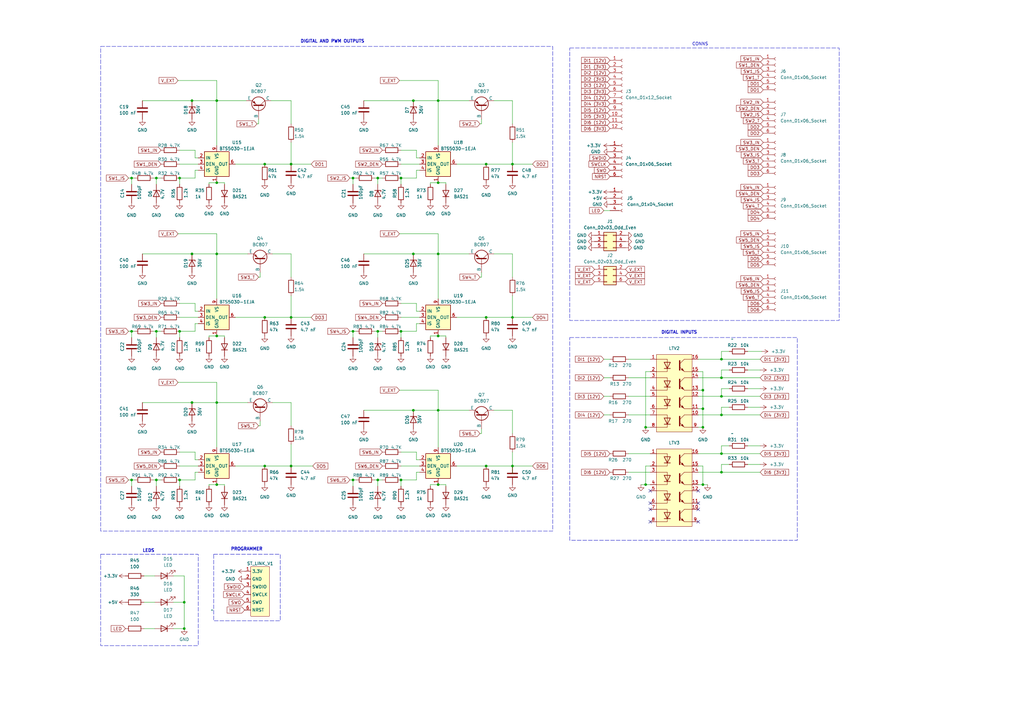
<source format=kicad_sch>
(kicad_sch (version 20250114) (generator "eeschema") (generator_version "9.0")
  (paper "A3")
  (rectangle (start 233.68 19.685) (end 344.17 131.445) (stroke (width 0) (type dash)))
  (rectangle (start 87.63 227.33) (end 114.935 254.635) (stroke (width 0) (type dash)))
  (rectangle (start 41.275 19.05) (end 226.695 217.805) (stroke (width 0) (type dash)))
  (rectangle (start 41.275 227.33) (end 81.28 264.795) (stroke (width 0) (type dash)))
  (rectangle (start 233.68 138.43) (end 327.025 221.615) (stroke (width 0) (type dash)))
  (text "CONNS\n\n" (at 283.845 20.955 0) (effects (font (size 1.27 1.27)) (justify left bottom)))
  (text "DIGITAL INPUTS\n" (at 271.145 137.16 0) (effects (font (size 1.27 1.27) (bold yes)) (justify left bottom)))
  (text "DIGITAL AND PWM OUTPUTS" (at 123.19 17.78 0) (effects (font (size 1.27 1.27) (thickness 0.254) (bold yes)) (justify left bottom)))
  (text "LEDS" (at 58.42 226.695 0) (effects (font (size 1.27 1.27) (thickness 0.254) (bold yes)) (justify left bottom)))
  (text "PROGRAMMER\n" (at 94.615 226.06 0) (effects (font (size 1.27 1.27) (thickness 0.254) (bold yes)) (justify left bottom)))
  (junction (at 88.9 104.14))
  (junction (at 179.705 137.795))
  (junction (at 119.38 67.31))
  (junction (at 288.29 160.02))
  (junction (at 295.91 193.675))
  (junction (at 210.185 191.135))
  (junction (at 88.9 198.755))
  (junction (at 78.74 165.1))
  (junction (at 199.39 130.175))
  (junction (at 264.795 175.26))
  (junction (at 210.185 67.31))
  (junction (at 199.39 191.135))
  (junction (at 73.66 196.85))
  (junction (at 144.78 135.89))
  (junction (at 108.585 130.175))
  (junction (at 88.9 41.275))
  (junction (at 264.795 198.755))
  (junction (at 154.94 73.025))
  (junction (at 88.9 137.795))
  (junction (at 210.185 130.175))
  (junction (at 164.465 196.85))
  (junction (at 179.705 74.93))
  (junction (at 144.78 73.025))
  (junction (at 288.29 175.26))
  (junction (at 53.975 73.025))
  (junction (at 78.74 41.275))
  (junction (at 179.705 198.755))
  (junction (at 179.705 104.14))
  (junction (at 88.9 74.93))
  (junction (at 288.29 167.64))
  (junction (at 88.9 165.1))
  (junction (at 108.585 191.135))
  (junction (at 295.91 170.18))
  (junction (at 119.38 130.175))
  (junction (at 179.705 41.275))
  (junction (at 73.66 73.025))
  (junction (at 53.975 196.85))
  (junction (at 295.91 154.94))
  (junction (at 295.91 147.32))
  (junction (at 78.74 104.14))
  (junction (at 64.135 135.89))
  (junction (at 154.94 135.89))
  (junction (at 164.465 73.025))
  (junction (at 295.91 162.56))
  (junction (at 295.91 186.055))
  (junction (at 169.545 168.275))
  (junction (at 119.38 191.135))
  (junction (at 64.135 73.025))
  (junction (at 288.29 198.755))
  (junction (at 144.78 196.85))
  (junction (at 73.66 135.89))
  (junction (at 108.585 67.31))
  (junction (at 75.565 247.015))
  (junction (at 199.39 67.31))
  (junction (at 179.705 168.275))
  (junction (at 53.975 135.89))
  (junction (at 64.135 196.85))
  (junction (at 75.565 257.81))
  (junction (at 169.545 41.275))
  (junction (at 169.545 104.14))
  (junction (at 164.465 135.89))
  (junction (at 154.94 196.85))
  (no_connect (at 286.385 208.915))
  (no_connect (at 286.385 213.995))
  (no_connect (at 266.7 201.295))
  (no_connect (at 266.7 206.375))
  (no_connect (at 266.7 213.995))
  (no_connect (at 286.385 201.295))
  (no_connect (at 286.385 206.375))
  (no_connect (at 266.7 208.915))
  (wire (pts (xy 247.65 154.94) (xy 250.19 154.94)))
  (wire (pts (xy 73.66 73.025) (xy 80.01 73.025)))
  (wire (pts (xy 80.01 132.715) (xy 81.28 132.715)))
  (wire (pts (xy 80.01 135.89) (xy 80.01 132.715)))
  (wire (pts (xy 119.38 58.42) (xy 119.38 67.31)))
  (wire (pts (xy 197.485 177.8) (xy 197.485 175.895)))
  (wire (pts (xy 306.705 159.385) (xy 311.785 159.385)))
  (wire (pts (xy 154.94 73.025) (xy 156.845 73.025)))
  (wire (pts (xy 62.865 135.89) (xy 64.135 135.89)))
  (wire (pts (xy 58.42 165.1) (xy 78.74 165.1)))
  (wire (pts (xy 119.38 67.31) (xy 127.635 67.31)))
  (wire (pts (xy 88.9 33.02) (xy 88.9 41.275)))
  (wire (pts (xy 73.66 130.175) (xy 81.28 130.175)))
  (wire (pts (xy 106.68 174.625) (xy 106.045 174.625)))
  (wire (pts (xy 73.66 61.595) (xy 80.01 61.595)))
  (wire (pts (xy 288.29 175.26) (xy 286.385 175.26)))
  (wire (pts (xy 92.075 137.795) (xy 88.9 137.795)))
  (wire (pts (xy 62.865 73.025) (xy 64.135 73.025)))
  (wire (pts (xy 143.51 135.89) (xy 144.78 135.89)))
  (wire (pts (xy 73.66 75.565) (xy 73.66 73.025)))
  (wire (pts (xy 143.51 196.85) (xy 144.78 196.85)))
  (wire (pts (xy 73.66 124.46) (xy 80.01 124.46)))
  (wire (pts (xy 75.565 247.015) (xy 75.565 257.81)))
  (wire (pts (xy 182.88 138.43) (xy 182.88 137.795)))
  (wire (pts (xy 154.94 138.43) (xy 154.94 135.89)))
  (wire (pts (xy 144.78 135.89) (xy 146.05 135.89)))
  (wire (pts (xy 73.66 185.42) (xy 80.01 185.42)))
  (wire (pts (xy 64.135 138.43) (xy 64.135 135.89)))
  (wire (pts (xy 164.465 138.43) (xy 164.465 135.89)))
  (wire (pts (xy 295.91 147.32) (xy 311.785 147.32)))
  (wire (pts (xy 80.01 196.85) (xy 80.01 193.675)))
  (wire (pts (xy 182.88 198.755) (xy 179.705 198.755)))
  (wire (pts (xy 88.9 198.755) (xy 85.725 198.755)))
  (wire (pts (xy 179.705 33.02) (xy 179.705 41.275)))
  (wire (pts (xy 164.465 191.135) (xy 172.085 191.135)))
  (wire (pts (xy 106.68 113.665) (xy 106.68 111.76)))
  (wire (pts (xy 247.65 162.56) (xy 250.19 162.56)))
  (wire (pts (xy 80.01 124.46) (xy 80.01 127.635)))
  (wire (pts (xy 163.83 95.885) (xy 179.705 95.885)))
  (wire (pts (xy 64.135 75.565) (xy 64.135 73.025)))
  (wire (pts (xy 179.705 41.275) (xy 179.705 59.69)))
  (wire (pts (xy 199.39 191.135) (xy 210.185 191.135)))
  (wire (pts (xy 80.01 188.595) (xy 81.28 188.595)))
  (wire (pts (xy 88.9 137.795) (xy 85.725 137.795)))
  (wire (pts (xy 210.185 50.8) (xy 210.185 41.275)))
  (wire (pts (xy 169.545 168.275) (xy 179.705 168.275)))
  (wire (pts (xy 92.075 74.93) (xy 88.9 74.93)))
  (wire (pts (xy 202.565 41.275) (xy 210.185 41.275)))
  (wire (pts (xy 73.66 199.39) (xy 73.66 196.85)))
  (wire (pts (xy 78.74 41.275) (xy 88.9 41.275)))
  (wire (pts (xy 80.01 193.675) (xy 81.28 193.675)))
  (wire (pts (xy 170.815 188.595) (xy 172.085 188.595)))
  (wire (pts (xy 179.705 168.275) (xy 192.405 168.275)))
  (wire (pts (xy 85.725 198.755) (xy 85.725 199.39)))
  (wire (pts (xy 288.29 152.4) (xy 288.29 160.02)))
  (wire (pts (xy 144.78 135.89) (xy 144.78 138.43)))
  (wire (pts (xy 78.74 104.14) (xy 88.9 104.14)))
  (wire (pts (xy 257.81 162.56) (xy 266.7 162.56)))
  (wire (pts (xy 88.9 104.14) (xy 101.6 104.14)))
  (wire (pts (xy 96.52 67.31) (xy 108.585 67.31)))
  (wire (pts (xy 106.045 113.665) (xy 106.68 113.665)))
  (wire (pts (xy 53.975 135.89) (xy 53.975 138.43)))
  (wire (pts (xy 295.91 159.385) (xy 295.91 162.56)))
  (wire (pts (xy 154.94 196.85) (xy 156.845 196.85)))
  (wire (pts (xy 53.975 135.89) (xy 55.245 135.89)))
  (wire (pts (xy 144.78 196.85) (xy 146.05 196.85)))
  (wire (pts (xy 196.85 50.8) (xy 197.485 50.8)))
  (wire (pts (xy 111.125 41.275) (xy 119.38 41.275)))
  (wire (pts (xy 88.9 165.1) (xy 88.9 183.515)))
  (wire (pts (xy 52.705 73.025) (xy 53.975 73.025)))
  (wire (pts (xy 306.705 182.88) (xy 311.785 182.88)))
  (wire (pts (xy 119.38 182.245) (xy 119.38 191.135)))
  (wire (pts (xy 179.705 95.885) (xy 179.705 104.14)))
  (wire (pts (xy 105.41 50.8) (xy 106.045 50.8)))
  (wire (pts (xy 111.76 165.1) (xy 119.38 165.1)))
  (wire (pts (xy 52.705 135.89) (xy 53.975 135.89)))
  (wire (pts (xy 154.94 135.89) (xy 156.845 135.89)))
  (wire (pts (xy 96.52 191.135) (xy 108.585 191.135)))
  (wire (pts (xy 266.7 152.4) (xy 264.795 152.4)))
  (wire (pts (xy 286.385 191.135) (xy 288.29 191.135)))
  (wire (pts (xy 179.705 74.93) (xy 176.53 74.93)))
  (wire (pts (xy 247.65 86.36) (xy 250.19 86.36)))
  (wire (pts (xy 306.705 167.005) (xy 311.785 167.005)))
  (wire (pts (xy 264.795 198.755) (xy 266.7 198.755)))
  (wire (pts (xy 119.38 121.285) (xy 119.38 130.175)))
  (wire (pts (xy 53.975 73.025) (xy 55.245 73.025)))
  (wire (pts (xy 170.815 193.675) (xy 172.085 193.675)))
  (wire (pts (xy 75.565 236.22) (xy 75.565 247.015)))
  (wire (pts (xy 163.83 160.02) (xy 179.705 160.02)))
  (wire (pts (xy 164.465 185.42) (xy 170.815 185.42)))
  (wire (pts (xy 73.66 138.43) (xy 73.66 135.89)))
  (wire (pts (xy 149.225 41.275) (xy 169.545 41.275)))
  (wire (pts (xy 199.39 130.175) (xy 210.185 130.175)))
  (wire (pts (xy 53.975 73.025) (xy 53.975 75.565)))
  (wire (pts (xy 73.66 191.135) (xy 81.28 191.135)))
  (wire (pts (xy 187.325 130.175) (xy 199.39 130.175)))
  (wire (pts (xy 59.055 247.015) (xy 63.5 247.015)))
  (wire (pts (xy 96.52 130.175) (xy 108.585 130.175)))
  (wire (pts (xy 306.705 144.145) (xy 312.42 144.145)))
  (wire (pts (xy 179.705 160.02) (xy 179.705 168.275)))
  (wire (pts (xy 295.91 151.765) (xy 295.91 154.94)))
  (wire (pts (xy 210.185 191.135) (xy 218.44 191.135)))
  (wire (pts (xy 286.385 167.64) (xy 288.29 167.64)))
  (wire (pts (xy 71.12 236.22) (xy 75.565 236.22)))
  (wire (pts (xy 210.185 185.42) (xy 210.185 191.135)))
  (wire (pts (xy 306.705 151.765) (xy 311.785 151.765)))
  (wire (pts (xy 52.705 196.85) (xy 53.975 196.85)))
  (wire (pts (xy 58.42 41.275) (xy 78.74 41.275)))
  (wire (pts (xy 73.025 95.885) (xy 88.9 95.885)))
  (wire (pts (xy 85.725 137.795) (xy 85.725 138.43)))
  (wire (pts (xy 106.045 50.8) (xy 106.045 48.895)))
  (wire (pts (xy 144.78 73.025) (xy 144.78 75.565)))
  (wire (pts (xy 53.975 196.85) (xy 55.245 196.85)))
  (wire (pts (xy 73.025 156.845) (xy 88.9 156.845)))
  (wire (pts (xy 88.9 41.275) (xy 88.9 59.69)))
  (wire (pts (xy 73.66 196.85) (xy 80.01 196.85)))
  (wire (pts (xy 182.88 75.565) (xy 182.88 74.93)))
  (wire (pts (xy 81.28 67.31) (xy 73.66 67.31)))
  (wire (pts (xy 78.74 165.1) (xy 88.9 165.1)))
  (wire (pts (xy 187.325 67.31) (xy 199.39 67.31)))
  (wire (pts (xy 170.815 69.85) (xy 172.085 69.85)))
  (wire (pts (xy 164.465 67.31) (xy 172.085 67.31)))
  (wire (pts (xy 286.385 147.32) (xy 295.91 147.32)))
  (wire (pts (xy 299.085 182.88) (xy 295.91 182.88)))
  (wire (pts (xy 170.815 61.595) (xy 170.815 64.77)))
  (wire (pts (xy 111.76 104.14) (xy 119.38 104.14)))
  (wire (pts (xy 170.815 124.46) (xy 170.815 127.635)))
  (wire (pts (xy 299.085 151.765) (xy 295.91 151.765)))
  (wire (pts (xy 179.705 104.14) (xy 179.705 122.555)))
  (wire (pts (xy 153.67 73.025) (xy 154.94 73.025)))
  (wire (pts (xy 64.135 73.025) (xy 66.04 73.025)))
  (wire (pts (xy 119.38 191.135) (xy 128.27 191.135)))
  (wire (pts (xy 88.9 95.885) (xy 88.9 104.14)))
  (wire (pts (xy 143.51 73.025) (xy 144.78 73.025)))
  (wire (pts (xy 210.185 67.31) (xy 218.44 67.31)))
  (wire (pts (xy 182.88 74.93) (xy 179.705 74.93)))
  (wire (pts (xy 176.53 137.795) (xy 176.53 138.43)))
  (wire (pts (xy 164.465 135.89) (xy 170.815 135.89)))
  (wire (pts (xy 92.075 198.755) (xy 88.9 198.755)))
  (wire (pts (xy 62.865 196.85) (xy 64.135 196.85)))
  (wire (pts (xy 71.12 247.015) (xy 75.565 247.015)))
  (wire (pts (xy 257.81 170.18) (xy 266.7 170.18)))
  (wire (pts (xy 295.91 144.145) (xy 295.91 147.32)))
  (wire (pts (xy 299.085 167.005) (xy 295.91 167.005)))
  (wire (pts (xy 179.705 137.795) (xy 176.53 137.795)))
  (wire (pts (xy 164.465 75.565) (xy 164.465 73.025)))
  (wire (pts (xy 85.725 74.93) (xy 85.725 75.565)))
  (wire (pts (xy 92.075 138.43) (xy 92.075 137.795)))
  (wire (pts (xy 286.385 160.02) (xy 288.29 160.02)))
  (wire (pts (xy 286.385 162.56) (xy 295.91 162.56)))
  (wire (pts (xy 64.135 135.89) (xy 66.04 135.89)))
  (wire (pts (xy 196.85 177.8) (xy 197.485 177.8)))
  (wire (pts (xy 88.9 104.14) (xy 88.9 122.555)))
  (wire (pts (xy 210.185 121.285) (xy 210.185 130.175)))
  (wire (pts (xy 73.66 135.89) (xy 80.01 135.89)))
  (wire (pts (xy 92.075 75.565) (xy 92.075 74.93)))
  (wire (pts (xy 286.385 198.755) (xy 288.29 198.755)))
  (wire (pts (xy 286.385 152.4) (xy 288.29 152.4)))
  (wire (pts (xy 197.485 50.8) (xy 197.485 48.895)))
  (wire (pts (xy 106.68 172.72) (xy 106.68 174.625)))
  (wire (pts (xy 80.01 69.85) (xy 81.28 69.85)))
  (wire (pts (xy 299.085 159.385) (xy 295.91 159.385)))
  (wire (pts (xy 88.9 165.1) (xy 101.6 165.1)))
  (wire (pts (xy 286.385 154.94) (xy 295.91 154.94)))
  (wire (pts (xy 119.38 174.625) (xy 119.38 165.1)))
  (wire (pts (xy 108.585 191.135) (xy 119.38 191.135)))
  (wire (pts (xy 119.38 41.275) (xy 119.38 50.8)))
  (wire (pts (xy 144.78 196.85) (xy 144.78 199.39)))
  (wire (pts (xy 88.9 41.275) (xy 100.965 41.275)))
  (wire (pts (xy 170.815 64.77) (xy 172.085 64.77)))
  (wire (pts (xy 306.705 190.5) (xy 311.785 190.5)))
  (wire (pts (xy 58.42 104.14) (xy 78.74 104.14)))
  (wire (pts (xy 182.88 137.795) (xy 179.705 137.795)))
  (wire (pts (xy 257.81 147.32) (xy 266.7 147.32)))
  (wire (pts (xy 266.7 191.135) (xy 264.795 191.135)))
  (wire (pts (xy 257.81 154.94) (xy 266.7 154.94)))
  (wire (pts (xy 164.465 130.175) (xy 172.085 130.175)))
  (wire (pts (xy 288.29 160.02) (xy 288.29 167.64)))
  (wire (pts (xy 179.705 168.275) (xy 179.705 183.515)))
  (wire (pts (xy 295.91 167.005) (xy 295.91 170.18)))
  (wire (pts (xy 295.91 144.145) (xy 299.085 144.145)))
  (wire (pts (xy 179.705 198.755) (xy 176.53 198.755)))
  (wire (pts (xy 247.65 170.18) (xy 250.19 170.18)))
  (wire (pts (xy 170.815 196.85) (xy 170.815 193.675)))
  (wire (pts (xy 154.94 75.565) (xy 154.94 73.025)))
  (wire (pts (xy 144.78 73.025) (xy 146.05 73.025)))
  (wire (pts (xy 170.815 73.025) (xy 170.815 69.85)))
  (wire (pts (xy 88.9 74.93) (xy 85.725 74.93)))
  (wire (pts (xy 108.585 130.175) (xy 119.38 130.175)))
  (wire (pts (xy 187.325 191.135) (xy 199.39 191.135)))
  (wire (pts (xy 169.545 41.275) (xy 179.705 41.275)))
  (wire (pts (xy 257.81 193.675) (xy 266.7 193.675)))
  (wire (pts (xy 71.12 257.81) (xy 75.565 257.81)))
  (wire (pts (xy 202.565 104.14) (xy 210.185 104.14)))
  (wire (pts (xy 164.465 124.46) (xy 170.815 124.46)))
  (wire (pts (xy 64.135 196.85) (xy 66.04 196.85)))
  (wire (pts (xy 295.91 193.675) (xy 311.785 193.675)))
  (wire (pts (xy 59.055 257.81) (xy 63.5 257.81)))
  (wire (pts (xy 59.055 236.22) (xy 63.5 236.22)))
  (wire (pts (xy 154.94 199.39) (xy 154.94 196.85)))
  (wire (pts (xy 164.465 61.595) (xy 170.815 61.595)))
  (wire (pts (xy 299.085 190.5) (xy 295.91 190.5)))
  (wire (pts (xy 286.385 170.18) (xy 295.91 170.18)))
  (wire (pts (xy 88.9 156.845) (xy 88.9 165.1)))
  (wire (pts (xy 149.225 168.275) (xy 169.545 168.275)))
  (wire (pts (xy 295.91 162.56) (xy 311.785 162.56)))
  (wire (pts (xy 202.565 168.275) (xy 210.185 168.275)))
  (wire (pts (xy 179.705 104.14) (xy 192.405 104.14)))
  (wire (pts (xy 92.075 199.39) (xy 92.075 198.755)))
  (wire (pts (xy 264.795 191.135) (xy 264.795 198.755)))
  (wire (pts (xy 119.38 113.665) (xy 119.38 104.14)))
  (wire (pts (xy 53.975 196.85) (xy 53.975 199.39)))
  (wire (pts (xy 80.01 64.77) (xy 81.28 64.77)))
  (wire (pts (xy 288.29 191.135) (xy 288.29 198.755)))
  (wire (pts (xy 199.39 67.31) (xy 210.185 67.31)))
  (wire (pts (xy 164.465 199.39) (xy 164.465 196.85)))
  (wire (pts (xy 197.485 111.76) (xy 197.485 113.665)))
  (wire (pts (xy 197.485 113.665) (xy 196.85 113.665)))
  (wire (pts (xy 264.795 175.26) (xy 266.7 175.26)))
  (wire (pts (xy 149.225 104.14) (xy 169.545 104.14)))
  (wire (pts (xy 176.53 74.93) (xy 176.53 75.565)))
  (wire (pts (xy 210.185 113.665) (xy 210.185 104.14)))
  (wire (pts (xy 80.01 127.635) (xy 81.28 127.635)))
  (wire (pts (xy 170.815 132.715) (xy 172.085 132.715)))
  (wire (pts (xy 170.815 127.635) (xy 172.085 127.635)))
  (wire (pts (xy 295.91 186.055) (xy 311.785 186.055)))
  (wire (pts (xy 210.185 177.8) (xy 210.185 168.275)))
  (wire (pts (xy 210.185 191.135) (xy 210.185 194.31)))
  (wire (pts (xy 153.67 135.89) (xy 154.94 135.89)))
  (wire (pts (xy 210.185 58.42) (xy 210.185 67.31)))
  (wire (pts (xy 179.705 41.275) (xy 192.405 41.275)))
  (wire (pts (xy 295.91 170.18) (xy 311.785 170.18)))
  (wire (pts (xy 163.83 33.02) (xy 179.705 33.02)))
  (wire (pts (xy 286.385 186.055) (xy 295.91 186.055)))
  (wire (pts (xy 153.67 196.85) (xy 154.94 196.85)))
  (wire (pts (xy 182.88 199.39) (xy 182.88 198.755)))
  (wire (pts (xy 169.545 104.14) (xy 179.705 104.14)))
  (wire (pts (xy 264.795 152.4) (xy 264.795 175.26)))
  (wire (pts (xy 262.89 198.755) (xy 264.795 198.755)))
  (wire (pts (xy 288.29 167.64) (xy 288.29 175.26)))
  (wire (pts (xy 295.91 190.5) (xy 295.91 193.675)))
  (wire (pts (xy 119.38 130.175) (xy 127.635 130.175)))
  (wire (pts (xy 295.91 154.94) (xy 311.785 154.94)))
  (wire (pts (xy 286.385 193.675) (xy 295.91 193.675)))
  (wire (pts (xy 80.01 73.025) (xy 80.01 69.85)))
  (wire (pts (xy 295.91 182.88) (xy 295.91 186.055)))
  (wire (pts (xy 80.01 185.42) (xy 80.01 188.595)))
  (wire (pts (xy 288.29 198.755) (xy 290.195 198.755)))
  (wire (pts (xy 164.465 196.85) (xy 170.815 196.85)))
  (wire (pts (xy 247.65 147.32) (xy 250.19 147.32)))
  (wire (pts (xy 64.135 199.39) (xy 64.135 196.85)))
  (wire (pts (xy 80.01 61.595) (xy 80.01 64.77)))
  (wire (pts (xy 257.81 186.055) (xy 266.7 186.055)))
  (wire (pts (xy 164.465 73.025) (xy 170.815 73.025)))
  (wire (pts (xy 73.025 33.02) (xy 88.9 33.02)))
  (wire (pts (xy 176.53 198.755) (xy 176.53 199.39)))
  (wire (pts (xy 170.815 185.42) (xy 170.815 188.595)))
  (wire (pts (xy 170.815 135.89) (xy 170.815 132.715)))
  (wire (pts (xy 210.185 130.175) (xy 218.44 130.175)))
  (wire (pts (xy 108.585 67.31) (xy 119.38 67.31)))
  (global_label "SWCLK" (shape input) (at 250.19 67.31 180) (property "Intersheetrefs" "${INTERSHEET_REFS}" (effects (hide yes))))
  (global_label "V_EXT" (shape input) (at 163.83 33.02 180) (property "Intersheetrefs" "${INTERSHEET_REFS}" (effects (hide yes))))
  (global_label "SW2_IS" (shape input) (at 313.055 46.99 180) (property "Intersheetrefs" "${INTERSHEET_REFS}" (effects (hide yes))))
  (global_label "DI6 (3V3)" (shape input) (at 311.785 193.675 0) (property "Intersheetrefs" "${INTERSHEET_REFS}" (effects (hide yes))))
  (global_label "SW3_DEN" (shape input) (at 313.055 60.96 180) (property "Intersheetrefs" "${INTERSHEET_REFS}" (effects (hide yes))))
  (global_label "DI1 (12V)" (shape input) (at 247.65 147.32 180) (property "Intersheetrefs" "${INTERSHEET_REFS}" (effects (hide yes))))
  (global_label "SW6_IS" (shape input) (at 143.51 196.85 180) (property "Intersheetrefs" "${INTERSHEET_REFS}" (effects (hide yes))))
  (global_label "DO4" (shape input) (at 313.055 89.535 180) (property "Intersheetrefs" "${INTERSHEET_REFS}" (effects (hide yes))))
  (global_label "SW3_IN" (shape input) (at 66.04 124.46 180) (property "Intersheetrefs" "${INTERSHEET_REFS}" (effects (hide yes))))
  (global_label "V_EXT" (shape input) (at 256.54 110.49 0) (property "Intersheetrefs" "${INTERSHEET_REFS}" (effects (hide yes))))
  (global_label "DO3" (shape input) (at 313.055 68.58 180) (property "Intersheetrefs" "${INTERSHEET_REFS}" (effects (hide yes))))
  (global_label "SW4_IN" (shape input) (at 313.055 76.835 180) (property "Intersheetrefs" "${INTERSHEET_REFS}" (effects (hide yes))))
  (global_label "DI3 (12V)" (shape input) (at 247.65 162.56 180) (property "Intersheetrefs" "${INTERSHEET_REFS}" (effects (hide yes))))
  (global_label "NRST" (shape input) (at 100.33 250.19 180) (property "Intersheetrefs" "${INTERSHEET_REFS}" (effects (hide yes))))
  (global_label "SWDIO" (shape input) (at 250.19 64.77 180) (property "Intersheetrefs" "${INTERSHEET_REFS}" (effects (hide yes))))
  (global_label "DI6 (12V)" (shape input) (at 250.19 193.675 180) (property "Intersheetrefs" "${INTERSHEET_REFS}" (effects (hide yes))))
  (global_label "DI3 (3V3)" (shape input) (at 311.785 162.56 0) (property "Intersheetrefs" "${INTERSHEET_REFS}" (effects (hide yes))))
  (global_label "DI5 (12V)" (shape input) (at 250.19 45.085 180) (property "Intersheetrefs" "${INTERSHEET_REFS}" (effects (hide yes))))
  (global_label "V_EXT" (shape input) (at 243.84 110.49 180) (property "Intersheetrefs" "${INTERSHEET_REFS}" (effects (hide yes))))
  (global_label "SW3_IN" (shape input) (at 313.055 58.42 180) (property "Intersheetrefs" "${INTERSHEET_REFS}" (effects (hide yes))))
  (global_label "DI5 (3V3)" (shape input) (at 311.785 186.055 0) (property "Intersheetrefs" "${INTERSHEET_REFS}" (effects (hide yes))))
  (global_label "SW4_IS" (shape input) (at 313.055 81.915 180) (property "Intersheetrefs" "${INTERSHEET_REFS}" (effects (hide yes))))
  (global_label "SW2_DEN" (shape input) (at 313.055 44.45 180) (property "Intersheetrefs" "${INTERSHEET_REFS}" (effects (hide yes))))
  (global_label "SW2_IN" (shape input) (at 313.055 41.91 180) (property "Intersheetrefs" "${INTERSHEET_REFS}" (effects (hide yes))))
  (global_label "V_EXT" (shape input) (at 73.025 33.02 180) (property "Intersheetrefs" "${INTERSHEET_REFS}" (effects (hide yes))))
  (global_label "SW3_T" (shape input) (at 313.055 66.04 180) (property "Intersheetrefs" "${INTERSHEET_REFS}" (effects (hide yes))))
  (global_label "DI4 (3V3)" (shape input) (at 250.19 42.545 180) (property "Intersheetrefs" "${INTERSHEET_REFS}" (effects (hide yes))))
  (global_label "SW1_DEN" (shape input) (at 66.04 67.31 180) (property "Intersheetrefs" "${INTERSHEET_REFS}" (effects (hide yes))))
  (global_label "NRST" (shape input) (at 250.19 72.39 180) (property "Intersheetrefs" "${INTERSHEET_REFS}" (effects (hide yes))))
  (global_label "SW5_IN" (shape input) (at 313.055 95.885 180) (property "Intersheetrefs" "${INTERSHEET_REFS}" (effects (hide yes))))
  (global_label "DO5" (shape input) (at 313.055 106.045 180) (property "Intersheetrefs" "${INTERSHEET_REFS}" (effects (hide yes))))
  (global_label "SW4_IS" (shape input) (at 143.51 135.89 180) (property "Intersheetrefs" "${INTERSHEET_REFS}" (effects (hide yes))))
  (global_label "SW1_IN" (shape input) (at 313.055 24.13 180) (property "Intersheetrefs" "${INTERSHEET_REFS}" (effects (hide yes))))
  (global_label "DO3" (shape input) (at 127.635 130.175 0) (property "Intersheetrefs" "${INTERSHEET_REFS}" (effects (hide yes))))
  (global_label "SW5_DEN" (shape input) (at 66.04 191.135 180) (property "Intersheetrefs" "${INTERSHEET_REFS}" (effects (hide yes))))
  (global_label "DO1" (shape input) (at 313.055 34.29 180) (property "Intersheetrefs" "${INTERSHEET_REFS}" (effects (hide yes))))
  (global_label "DI5 (3V3)" (shape input) (at 250.19 47.625 180) (property "Intersheetrefs" "${INTERSHEET_REFS}" (effects (hide yes))))
  (global_label "SWO" (shape input) (at 250.19 69.85 180) (property "Intersheetrefs" "${INTERSHEET_REFS}" (effects (hide yes))))
  (global_label "DO6" (shape input) (at 313.055 127 180) (property "Intersheetrefs" "${INTERSHEET_REFS}" (effects (hide yes))))
  (global_label "SWCLK" (shape input) (at 100.33 243.84 180) (property "Intersheetrefs" "${INTERSHEET_REFS}" (effects (hide yes))))
  (global_label "SW1_T" (shape input) (at 105.41 50.8 180) (property "Intersheetrefs" "${INTERSHEET_REFS}" (effects (hide yes))))
  (global_label "SW1_IN" (shape input) (at 66.04 61.595 180) (property "Intersheetrefs" "${INTERSHEET_REFS}" (effects (hide yes))))
  (global_label "SW6_IN" (shape input) (at 313.055 114.3 180) (property "Intersheetrefs" "${INTERSHEET_REFS}" (effects (hide yes))))
  (global_label "DI2 (3V3)" (shape input) (at 311.785 154.94 0) (property "Intersheetrefs" "${INTERSHEET_REFS}" (effects (hide yes))))
  (global_label "V_EXT" (shape input) (at 73.025 156.845 180) (property "Intersheetrefs" "${INTERSHEET_REFS}" (effects (hide yes))))
  (global_label "DO6" (shape input) (at 313.055 124.46 180) (property "Intersheetrefs" "${INTERSHEET_REFS}" (effects (hide yes))))
  (global_label "DO3" (shape input) (at 313.055 71.12 180) (property "Intersheetrefs" "${INTERSHEET_REFS}" (effects (hide yes))))
  (global_label "DI1 (3V3)" (shape input) (at 250.19 27.305 180) (property "Intersheetrefs" "${INTERSHEET_REFS}" (effects (hide yes))))
  (global_label "DI3 (3V3)" (shape input) (at 250.19 37.465 180) (property "Intersheetrefs" "${INTERSHEET_REFS}" (effects (hide yes))))
  (global_label "SW2_T" (shape input) (at 313.055 49.53 180) (property "Intersheetrefs" "${INTERSHEET_REFS}" (effects (hide yes))))
  (global_label "SW5_IS" (shape input) (at 52.705 196.85 180) (property "Intersheetrefs" "${INTERSHEET_REFS}" (effects (hide yes))))
  (global_label "SW4_DEN" (shape input) (at 313.055 79.375 180) (property "Intersheetrefs" "${INTERSHEET_REFS}" (effects (hide yes))))
  (global_label "LED" (shape input) (at 247.65 86.36 180) (property "Intersheetrefs" "${INTERSHEET_REFS}" (effects (hide yes))))
  (global_label "SW5_IN" (shape input) (at 66.04 185.42 180) (property "Intersheetrefs" "${INTERSHEET_REFS}" (effects (hide yes))))
  (global_label "SW3_IS" (shape input) (at 313.055 63.5 180) (property "Intersheetrefs" "${INTERSHEET_REFS}" (effects (hide yes))))
  (global_label "SW1_IS" (shape input) (at 52.705 73.025 180) (property "Intersheetrefs" "${INTERSHEET_REFS}" (effects (hide yes))))
  (global_label "DI5 (12V)" (shape input) (at 250.19 186.055 180) (property "Intersheetrefs" "${INTERSHEET_REFS}" (effects (hide yes))))
  (global_label "SW5_IS" (shape input) (at 313.055 100.965 180) (property "Intersheetrefs" "${INTERSHEET_REFS}" (effects (hide yes))))
  (global_label "V_EXT" (shape input) (at 163.83 160.02 180) (property "Intersheetrefs" "${INTERSHEET_REFS}" (effects (hide yes))))
  (global_label "DI6 (3V3)" (shape input) (at 250.19 52.705 180) (property "Intersheetrefs" "${INTERSHEET_REFS}" (effects (hide yes))))
  (global_label "DI4 (3V3)" (shape input) (at 311.785 170.18 0) (property "Intersheetrefs" "${INTERSHEET_REFS}" (effects (hide yes))))
  (global_label "DI4 (12V)" (shape input) (at 247.65 170.18 180) (property "Intersheetrefs" "${INTERSHEET_REFS}" (effects (hide yes))))
  (global_label "V_EXT" (shape input) (at 256.54 113.03 0) (property "Intersheetrefs" "${INTERSHEET_REFS}" (effects (hide yes))))
  (global_label "SWDIO" (shape input) (at 100.33 240.665 180) (property "Intersheetrefs" "${INTERSHEET_REFS}" (effects (hide yes))))
  (global_label "SW6_IS" (shape input) (at 313.055 119.38 180) (property "Intersheetrefs" "${INTERSHEET_REFS}" (effects (hide yes))))
  (global_label "SW2_IS" (shape input) (at 143.51 73.025 180) (property "Intersheetrefs" "${INTERSHEET_REFS}" (effects (hide yes))))
  (global_label "DI1 (12V)" (shape input) (at 250.19 24.765 180) (property "Intersheetrefs" "${INTERSHEET_REFS}" (effects (hide yes))))
  (global_label "SW6_T" (shape input) (at 196.85 177.8 180) (property "Intersheetrefs" "${INTERSHEET_REFS}" (effects (hide yes))))
  (global_label "DO1" (shape input) (at 127.635 67.31 0) (property "Intersheetrefs" "${INTERSHEET_REFS}" (effects (hide yes))))
  (global_label "SW6_DEN" (shape input) (at 313.055 116.84 180) (property "Intersheetrefs" "${INTERSHEET_REFS}" (effects (hide yes))))
  (global_label "V_EXT" (shape input) (at 243.84 115.57 180) (property "Intersheetrefs" "${INTERSHEET_REFS}" (effects (hide yes))))
  (global_label "SW6_T" (shape input) (at 313.055 121.92 180) (property "Intersheetrefs" "${INTERSHEET_REFS}" (effects (hide yes))))
  (global_label "DI2 (3V3)" (shape input) (at 250.19 32.385 180) (property "Intersheetrefs" "${INTERSHEET_REFS}" (effects (hide yes))))
  (global_label "SW2_DEN" (shape input) (at 156.845 67.31 180) (property "Intersheetrefs" "${INTERSHEET_REFS}" (effects (hide yes))))
  (global_label "V_EXT" (shape input) (at 243.84 113.03 180) (property "Intersheetrefs" "${INTERSHEET_REFS}" (effects (hide yes))))
  (global_label "SW2_T" (shape input) (at 196.85 50.8 180) (property "Intersheetrefs" "${INTERSHEET_REFS}" (effects (hide yes))))
  (global_label "DO6" (shape input) (at 218.44 191.135 0) (property "Intersheetrefs" "${INTERSHEET_REFS}" (effects (hide yes))))
  (global_label "DO1" (shape input) (at 313.055 36.83 180) (property "Intersheetrefs" "${INTERSHEET_REFS}" (effects (hide yes))))
  (global_label "DO5" (shape input) (at 128.27 191.135 0) (property "Intersheetrefs" "${INTERSHEET_REFS}" (effects (hide yes))))
  (global_label "DI2 (12V)" (shape input) (at 250.19 29.845 180) (property "Intersheetrefs" "${INTERSHEET_REFS}" (effects (hide yes))))
  (global_label "DI4 (12V)" (shape input) (at 250.19 40.005 180) (property "Intersheetrefs" "${INTERSHEET_REFS}" (effects (hide yes))))
  (global_label "SWO" (shape input) (at 100.33 247.015 180) (property "Intersheetrefs" "${INTERSHEET_REFS}" (effects (hide yes))))
  (global_label "V_EXT" (shape input) (at 73.025 95.885 180) (property "Intersheetrefs" "${INTERSHEET_REFS}" (effects (hide yes))))
  (global_label "SW3_DEN" (shape input) (at 66.04 130.175 180) (property "Intersheetrefs" "${INTERSHEET_REFS}" (effects (hide yes))))
  (global_label "V_EXT" (shape input) (at 163.83 95.885 180) (property "Intersheetrefs" "${INTERSHEET_REFS}" (effects (hide yes))))
  (global_label "SW6_DEN" (shape input) (at 156.845 191.135 180) (property "Intersheetrefs" "${INTERSHEET_REFS}" (effects (hide yes))))
  (global_label "DO2" (shape input) (at 313.055 52.07 180) (property "Intersheetrefs" "${INTERSHEET_REFS}" (effects (hide yes))))
  (global_label "DO4" (shape input) (at 313.055 86.995 180) (property "Intersheetrefs" "${INTERSHEET_REFS}" (effects (hide yes))))
  (global_label "DI3 (12V)" (shape input) (at 250.19 34.925 180) (property "Intersheetrefs" "${INTERSHEET_REFS}" (effects (hide yes))))
  (global_label "DI1 (3V3)" (shape input) (at 311.785 147.32 0) (property "Intersheetrefs" "${INTERSHEET_REFS}" (effects (hide yes))))
  (global_label "SW4_DEN" (shape input) (at 156.845 130.175 180) (property "Intersheetrefs" "${INTERSHEET_REFS}" (effects (hide yes))))
  (global_label "LED" (shape input) (at 51.435 257.81 180) (property "Intersheetrefs" "${INTERSHEET_REFS}" (effects (hide yes))))
  (global_label "SW1_T" (shape input) (at 313.055 31.75 180) (property "Intersheetrefs" "${INTERSHEET_REFS}" (effects (hide yes))))
  (global_label "DO4" (shape input) (at 218.44 130.175 0) (property "Intersheetrefs" "${INTERSHEET_REFS}" (effects (hide yes))))
  (global_label "DO2" (shape input) (at 313.055 54.61 180) (property "Intersheetrefs" "${INTERSHEET_REFS}" (effects (hide yes))))
  (global_label "SW1_DEN" (shape input) (at 313.055 26.67 180) (property "Intersheetrefs" "${INTERSHEET_REFS}" (effects (hide yes))))
  (global_label "SW4_T" (shape input) (at 313.055 84.455 180) (property "Intersheetrefs" "${INTERSHEET_REFS}" (effects (hide yes))))
  (global_label "V_EXT" (shape input) (at 256.54 115.57 0) (property "Intersheetrefs" "${INTERSHEET_REFS}" (effects (hide yes))))
  (global_label "DI6 (12V)" (shape input) (at 250.19 50.165 180) (property "Intersheetrefs" "${INTERSHEET_REFS}" (effects (hide yes))))
  (global_label "SW2_IN" (shape input) (at 156.845 61.595 180) (property "Intersheetrefs" "${INTERSHEET_REFS}" (effects (hide yes))))
  (global_label "SW5_DEN" (shape input) (at 313.055 98.425 180) (property "Intersheetrefs" "${INTERSHEET_REFS}" (effects (hide yes))))
  (global_label "SW3_T" (shape input) (at 106.045 113.665 180) (property "Intersheetrefs" "${INTERSHEET_REFS}" (effects (hide yes))))
  (global_label "DI2 (12V)" (shape input) (at 247.65 154.94 180) (property "Intersheetrefs" "${INTERSHEET_REFS}" (effects (hide yes))))
  (global_label "SW1_IS" (shape input) (at 313.055 29.21 180) (property "Intersheetrefs" "${INTERSHEET_REFS}" (effects (hide yes))))
  (global_label "DO5" (shape input) (at 313.055 108.585 180) (property "Intersheetrefs" "${INTERSHEET_REFS}" (effects (hide yes))))
  (global_label "SW3_IS" (shape input) (at 52.705 135.89 180) (property "Intersheetrefs" "${INTERSHEET_REFS}" (effects (hide yes))))
  (global_label "SW4_T" (shape input) (at 196.85 113.665 180) (property "Intersheetrefs" "${INTERSHEET_REFS}" (effects (hide yes))))
  (global_label "SW5_T" (shape input) (at 313.055 103.505 180) (property "Intersheetrefs" "${INTERSHEET_REFS}" (effects (hide yes))))
  (global_label "SW6_IN" (shape input) (at 156.845 185.42 180) (property "Intersheetrefs" "${INTERSHEET_REFS}" (effects (hide yes))))
  (global_label "DO2" (shape input) (at 218.44 67.31 0) (property "Intersheetrefs" "${INTERSHEET_REFS}" (effects (hide yes))))
  (global_label "SW5_T" (shape input) (at 106.045 174.625 180) (property "Intersheetrefs" "${INTERSHEET_REFS}" (effects (hide yes))))
  (global_label "SW4_IN" (shape input) (at 156.845 124.46 180) (property "Intersheetrefs" "${INTERSHEET_REFS}" (effects (hide yes))))
  (symbol (lib_id "Connector:Conn_01x06_Socket") (at 318.135 100.965 0) (unit 1)
    (property "Reference" "J10" (at 320.04 100.965 0) (effects (justify left)))
    (property "Value" "Conn_01x06_Socket" (at 320.04 103.505 0) (effects (justify left)))
    (property "Footprint" "Connector_PinSocket_2.54mm:PinSocket_2x03_P2.54mm_Vertical" (effects (hide yes)))
  )
  (symbol (lib_id "Device:R") (at 73.66 142.24 0) (unit 1)
    (property "Reference" "R72" (at 71.12 144.145 90) (effects (justify left)))
    (property "Value" "1.2k" (at 76.2 144.145 90) (effects (justify left)))
    (property "Footprint" "Resistor_SMD:R_0805_2012Metric_Pad1.20x1.40mm_HandSolder" (effects (hide yes)))
  )
  (symbol (lib_id "Device:R") (at 254 186.055 90) (unit 1)
    (property "Reference" "R26" (at 251.46 188.595 90))
    (property "Value" "270" (at 257.175 188.595 90))
    (property "Footprint" "Resistor_SMD:R_1206_3216Metric_Pad1.30x1.75mm_HandSolder" (effects (hide yes)))
  )
  (symbol (lib_id "Diode:BAS21") (at 182.88 142.24 90) (unit 1)
    (property "Reference" "D28" (at 186.055 140.97 90) (effects (justify right)))
    (property "Value" "BAS21" (at 186.055 143.51 90) (effects (justify right)))
    (property "Footprint" "Package_TO_SOT_SMD:SOT-23" (effects (hide yes)))
    (property "Datasheet" "https://www.diodes.com/assets/Datasheets/Ds12004.pdf" (effects (hide yes)))
  )
  (symbol (lib_id "power:+5V") (at 51.435 247.015 90) (unit 1)
    (property "Reference" "#PWR049" (effects (hide yes)))
    (property "Value" "+5V" (at 48.26 247.015 90) (effects (justify left)))
  )
  (symbol (lib_id "Device:R") (at 302.895 144.145 90) (unit 1)
    (property "Reference" "R22" (at 300.355 141.605 90))
    (property "Value" "10k" (at 305.435 141.605 90))
    (property "Footprint" "Resistor_SMD:R_0805_2012Metric_Pad1.20x1.40mm_HandSolder" (effects (hide yes)))
  )
  (symbol (lib_id "Device:C") (at 149.225 45.085 0) (unit 1)
    (property "Reference" "C45" (at 139.7 43.815 0) (effects (justify left)))
    (property "Value" "100 nF" (at 139.7 46.355 0) (effects (justify left)))
    (property "Footprint" "Capacitor_SMD:C_0805_2012Metric_Pad1.18x1.45mm_HandSolder" (effects (hide yes)))
  )
  (symbol (lib_id "Device:D_Zener") (at 64.135 142.24 270) (unit 1)
    (property "Reference" "D9" (at 61.595 140.97 0) (effects (justify left)))
    (property "Value" "4.7V" (at 66.675 139.7 0) (effects (justify left)))
    (property "Footprint" "Diode_SMD:D_SOD-123" (effects (hide yes)))
  )
  (symbol (lib_id "power:GND") (at 78.74 111.76 0) (unit 1)
    (property "Reference" "#PWR0137" (effects (hide yes)))
    (property "Value" "GND" (at 78.74 116.205 0))
  )
  (symbol (lib_id "Device:R") (at 69.85 185.42 90) (unit 1)
    (property "Reference" "R34" (at 66.675 183.515 90))
    (property "Value" "4.7K" (at 71.755 183.515 90))
    (property "Footprint" "Resistor_SMD:R_0805_2012Metric_Pad1.20x1.40mm_HandSolder" (effects (hide yes)))
  )
  (symbol (lib_id "power:GND") (at 264.795 175.26 0) (unit 1)
    (property "Reference" "#PWR039" (effects (hide yes)))
    (property "Value" "GND" (at 264.795 180.34 0))
  )
  (symbol (lib_id "Device:C") (at 210.185 194.945 0) (unit 1)
    (property "Reference" "C50" (at 213.995 193.675 0) (effects (justify left)))
    (property "Value" "4.7 nF" (at 213.995 196.215 0) (effects (justify left)))
    (property "Footprint" "Capacitor_SMD:C_0805_2012Metric_Pad1.18x1.45mm_HandSolder" (effects (hide yes)))
  )
  (symbol (lib_id "Device:R") (at 69.85 73.025 90) (unit 1)
    (property "Reference" "R32" (at 66.675 71.12 90))
    (property "Value" "4.7k" (at 71.755 71.12 90))
    (property "Footprint" "Resistor_SMD:R_0805_2012Metric_Pad1.20x1.40mm_HandSolder" (effects (hide yes)))
  )
  (symbol (lib_id "Connector:Conn_01x06_Socket") (at 318.135 119.38 0) (unit 1)
    (property "Reference" "J11" (at 320.04 119.38 0) (effects (justify left)))
    (property "Value" "Conn_01x06_Socket" (at 320.04 121.92 0) (effects (justify left)))
    (property "Footprint" "Connector_PinSocket_2.54mm:PinSocket_2x03_P2.54mm_Vertical" (effects (hide yes)))
  )
  (symbol (lib_id "power:GND") (at 119.38 137.795 0) (unit 1)
    (property "Reference" "#PWR0151" (effects (hide yes)))
    (property "Value" "GND" (at 119.38 142.24 0))
  )
  (symbol (lib_id "power:GND") (at 250.19 62.23 270) (unit 1)
    (property "Reference" "#PWR05" (effects (hide yes)))
    (property "Value" "GND" (at 246.38 62.23 90) (effects (justify right)))
  )
  (symbol (lib_id "Simulation_SPICE:PNP") (at 197.485 170.815 270) (mirror x) (unit 1)
    (property "Reference" "Q7" (at 197.485 161.925 90))
    (property "Value" "BC807" (at 197.485 164.465 90))
    (property "Footprint" "Package_TO_SOT_SMD:SOT-23-3" (effects (hide yes)))
    (property "Sim.Device" "PNP" (effects (hide yes)))
    (property "Sim.Type" "GUMMELPOON" (effects (hide yes)))
    (property "Sim.Pins" "1=C 2=B 3=E" (effects (hide yes)))
  )
  (symbol (lib_id "Device:C") (at 210.185 133.985 0) (unit 1)
    (property "Reference" "C49" (at 213.995 132.715 0) (effects (justify left)))
    (property "Value" "4.7 nF" (at 213.995 135.255 0) (effects (justify left)))
    (property "Footprint" "Capacitor_SMD:C_0805_2012Metric_Pad1.18x1.45mm_HandSolder" (effects (hide yes)))
  )
  (symbol (lib_id "Device:R") (at 210.185 181.61 0) (unit 1)
    (property "Reference" "R79" (at 211.455 180.34 0) (effects (justify left)))
    (property "Value" "1.5k" (at 211.455 182.88 0) (effects (justify left)))
    (property "Footprint" "Resistor_SMD:R_0805_2012Metric_Pad1.20x1.40mm_HandSolder" (effects (hide yes)))
  )
  (symbol (lib_id "Diode:BAS21") (at 182.88 79.375 90) (unit 1)
    (property "Reference" "D27" (at 186.055 78.105 90) (effects (justify right)))
    (property "Value" "BAS21" (at 186.055 80.645 90) (effects (justify right)))
    (property "Footprint" "Package_TO_SOT_SMD:SOT-23" (effects (hide yes)))
    (property "Datasheet" "https://www.diodes.com/assets/Datasheets/Ds12004.pdf" (effects (hide yes)))
  )
  (symbol (lib_id "Device:R") (at 69.85 67.31 90) (unit 1)
    (property "Reference" "R30" (at 66.675 65.405 90))
    (property "Value" "4.7k" (at 71.755 65.405 90))
    (property "Footprint" "Resistor_SMD:R_0805_2012Metric_Pad1.20x1.40mm_HandSolder" (effects (hide yes)))
  )
  (symbol (lib_id "power:GND") (at 73.66 83.185 0) (unit 1)
    (property "Reference" "#PWR066" (effects (hide yes)))
    (property "Value" "GND" (at 73.66 88.265 0))
  )
  (symbol (lib_id "Device:R") (at 254 193.675 90) (unit 1)
    (property "Reference" "R27" (at 252.095 196.215 90))
    (property "Value" "270" (at 257.175 196.215 90))
    (property "Footprint" "Resistor_SMD:R_1206_3216Metric_Pad1.30x1.75mm_HandSolder" (effects (hide yes)))
  )
  (symbol (lib_id "power:GND") (at 169.545 48.895 0) (unit 1)
    (property "Reference" "#PWR0159" (effects (hide yes)))
    (property "Value" "GND" (at 169.545 53.34 0))
  )
  (symbol (lib_id "power:GND") (at 58.42 111.76 0) (unit 1)
    (property "Reference" "#PWR091" (effects (hide yes)))
    (property "Value" "GND" (at 58.42 116.205 0))
  )
  (symbol (lib_id "Device:C") (at 144.78 203.2 180) (unit 1)
    (property "Reference" "C25" (at 140.97 205.105 90) (effects (justify right)))
    (property "Value" "100pF" (at 147.955 205.74 90) (effects (justify right)))
    (property "Footprint" "Capacitor_SMD:C_0805_2012Metric_Pad1.18x1.45mm_HandSolder" (effects (hide yes)))
  )
  (symbol (lib_id "Device:R") (at 59.055 135.89 90) (unit 1)
    (property "Reference" "R69" (at 55.88 133.985 90))
    (property "Value" "4.7k" (at 60.96 133.985 90))
    (property "Footprint" "Resistor_SMD:R_0805_2012Metric_Pad1.20x1.40mm_HandSolder" (effects (hide yes)))
  )
  (symbol (lib_id "Device:R") (at 199.39 71.12 180) (unit 1)
    (property "Reference" "R77" (at 201.295 69.85 0) (effects (justify right)))
    (property "Value" "47k" (at 201.295 72.39 0) (effects (justify right)))
    (property "Footprint" "Resistor_SMD:R_0805_2012Metric_Pad1.20x1.40mm_HandSolder" (effects (hide yes)))
  )
  (symbol (lib_id "Device:C") (at 58.42 168.91 0) (unit 1)
    (property "Reference" "C41" (at 48.895 167.64 0) (effects (justify left)))
    (property "Value" "100 nF" (at 48.895 170.18 0) (effects (justify left)))
    (property "Footprint" "Capacitor_SMD:C_0805_2012Metric_Pad1.18x1.45mm_HandSolder" (effects (hide yes)))
  )
  (symbol (lib_id "Device:R") (at 160.655 67.31 90) (unit 1)
    (property "Reference" "R55" (at 157.48 65.405 90))
    (property "Value" "4.7k" (at 162.56 65.405 90))
    (property "Footprint" "Resistor_SMD:R_0805_2012Metric_Pad1.20x1.40mm_HandSolder" (effects (hide yes)))
  )
  (symbol (lib_id "power:GND") (at 85.725 207.01 0) (unit 1)
    (property "Reference" "#PWR0143" (effects (hide yes)))
    (property "Value" "GND" (at 85.725 211.455 0))
  )
  (symbol (lib_id "power:+3.3V") (at 311.785 182.88 270) (unit 1)
    (property "Reference" "#PWR052" (effects (hide yes)))
    (property "Value" "+3.3V" (at 315.595 182.88 90) (effects (justify left)))
  )
  (symbol (lib_id "power:GND") (at 78.74 172.72 0) (unit 1)
    (property "Reference" "#PWR0138" (effects (hide yes)))
    (property "Value" "GND" (at 78.74 177.165 0))
  )
  (symbol (lib_id "Connector:Conn_01x06_Socket") (at 318.135 63.5 0) (unit 1)
    (property "Reference" "J8" (at 320.04 63.5 0) (effects (justify left)))
    (property "Value" "Conn_01x06_Socket" (at 320.04 66.04 0) (effects (justify left)))
    (property "Footprint" "Connector_PinSocket_2.54mm:PinSocket_2x03_P2.54mm_Vertical" (effects (hide yes)))
  )
  (symbol (lib_id "power:GND") (at 199.39 74.93 0) (unit 1)
    (property "Reference" "#PWR0168" (effects (hide yes)))
    (property "Value" "GND" (at 199.39 80.01 0))
  )
  (symbol (lib_id "Device:R") (at 73.66 203.2 0) (unit 1)
    (property "Reference" "R93" (at 71.12 205.105 90) (effects (justify left)))
    (property "Value" "1.2k" (at 76.2 205.105 90) (effects (justify left)))
    (property "Footprint" "Resistor_SMD:R_0805_2012Metric_Pad1.20x1.40mm_HandSolder" (effects (hide yes)))
  )
  (symbol (lib_id "Device:R") (at 210.185 117.475 0) (unit 1)
    (property "Reference" "R76" (at 211.455 116.205 0) (effects (justify left)))
    (property "Value" "1.5k" (at 211.455 118.745 0) (effects (justify left)))
    (property "Footprint" "Resistor_SMD:R_0805_2012Metric_Pad1.20x1.40mm_HandSolder" (effects (hide yes)))
  )
  (symbol (lib_id "Diode:BZD27Cxx") (at 169.545 107.95 270) (unit 1)
    (property "Reference" "D25" (at 167.005 106.045 0) (effects (justify left)))
    (property "Value" "36V" (at 172.085 106.045 0) (effects (justify left)))
    (property "Footprint" "Diode_SMD:D_SOD-123" (effects (hide yes)))
    (property "Datasheet" "https://www.vishay.com/docs/85153/bzd27series.pdf" (effects (hide yes)))
  )
  (symbol (lib_id "power:+3.3V") (at 311.785 190.5 270) (unit 1)
    (property "Reference" "#PWR053" (effects (hide yes)))
    (property "Value" "+3.3V" (at 315.595 190.5 90) (effects (justify left)))
  )
  (symbol (lib_id "power:GND") (at 108.585 74.93 0) (unit 1)
    (property "Reference" "#PWR0147" (effects (hide yes)))
    (property "Value" "GND" (at 108.585 80.01 0))
  )
  (symbol (lib_id "power:GND") (at 53.975 146.05 0) (unit 1)
    (property "Reference" "#PWR072" (effects (hide yes)))
    (property "Value" "GND" (at 53.975 151.13 0))
  )
  (symbol (lib_id "power:+3.3V") (at 311.785 167.005 270) (unit 1)
    (property "Reference" "#PWR0113" (effects (hide yes)))
    (property "Value" "+3.3V" (at 315.595 167.005 90) (effects (justify left)))
  )
  (symbol (lib_id "power:GND") (at 243.84 99.06 270) (unit 1)
    (property "Reference" "#PWR02" (effects (hide yes)))
    (property "Value" "GND" (at 240.665 99.06 90) (effects (justify right)))
  )
  (symbol (lib_id "Connector:Conn_01x06_Socket") (at 318.135 81.915 0) (unit 1)
    (property "Reference" "J9" (at 320.04 81.915 0) (effects (justify left)))
    (property "Value" "Conn_01x06_Socket" (at 320.04 84.455 0) (effects (justify left)))
    (property "Footprint" "Connector_PinSocket_2.54mm:PinSocket_2x03_P2.54mm_Vertical" (effects (hide yes)))
  )
  (symbol (lib_id "Simulation_SPICE:PNP") (at 197.485 106.68 270) (mirror x) (unit 1)
    (property "Reference" "Q5" (at 197.485 97.79 90))
    (property "Value" "BC807" (at 197.485 100.33 90))
    (property "Footprint" "Package_TO_SOT_SMD:SOT-23-3" (effects (hide yes)))
    (property "Sim.Device" "PNP" (effects (hide yes)))
    (property "Sim.Type" "GUMMELPOON" (effects (hide yes)))
    (property "Sim.Pins" "1=C 2=B 3=E" (effects (hide yes)))
  )
  (symbol (lib_id "Device:R") (at 199.39 133.985 180) (unit 1)
    (property "Reference" "R80" (at 201.295 132.715 0) (effects (justify right)))
    (property "Value" "47k" (at 201.295 135.255 0) (effects (justify right)))
    (property "Footprint" "Resistor_SMD:R_0805_2012Metric_Pad1.20x1.40mm_HandSolder" (effects (hide yes)))
  )
  (symbol (lib_id "power:GND") (at 210.185 198.755 0) (unit 1)
    (property "Reference" "#PWR0173" (effects (hide yes)))
    (property "Value" "GND" (at 210.185 203.2 0))
  )
  (symbol (lib_id "power:GND") (at 169.545 111.76 0) (unit 1)
    (property "Reference" "#PWR0160" (effects (hide yes)))
    (property "Value" "GND" (at 169.545 116.205 0))
  )
  (symbol (lib_id "Device:R") (at 254 154.94 90) (unit 1)
    (property "Reference" "R13" (at 252.095 157.48 90))
    (property "Value" "270" (at 257.175 157.48 90))
    (property "Footprint" "Resistor_SMD:R_1206_3216Metric_Pad1.30x1.75mm_HandSolder" (effects (hide yes)))
  )
  (symbol (lib_id "power:GND") (at 75.565 257.81 0) (unit 1)
    (property "Reference" "#PWR046" (effects (hide yes)))
    (property "Value" "GND" (at 75.565 262.255 0))
  )
  (symbol (lib_id "Device:R") (at 254 162.56 90) (unit 1)
    (property "Reference" "R16" (at 251.46 165.1 90))
    (property "Value" "270" (at 257.175 165.1 90))
    (property "Footprint" "Resistor_SMD:R_1206_3216Metric_Pad1.30x1.75mm_HandSolder" (effects (hide yes)))
  )
  (symbol (lib_id "Device:C") (at 119.38 133.985 0) (unit 1)
    (property "Reference" "C43" (at 123.19 132.715 0) (effects (justify left)))
    (property "Value" "4.7 nF" (at 123.19 135.255 0) (effects (justify left)))
    (property "Footprint" "Capacitor_SMD:C_0805_2012Metric_Pad1.18x1.45mm_HandSolder" (effects (hide yes)))
  )
  (symbol (lib_id "power:GND") (at 108.585 137.795 0) (unit 1)
    (property "Reference" "#PWR0148" (effects (hide yes)))
    (property "Value" "GND" (at 108.585 142.875 0))
  )
  (symbol (lib_id "Inzynierka:LTV847") (at 300.355 177.8 0) (unit 1)
    (property "Reference" "LTV3" (at 276.5425 181.61 0))
    (property "Value" "~" (at 300.355 177.8 0))
    (property "Footprint" "Package_DIP:DIP-16_W7.62mm" (effects (hide yes)))
  )
  (symbol (lib_id "power:GND") (at 169.545 175.895 0) (unit 1)
    (property "Reference" "#PWR0161" (effects (hide yes)))
    (property "Value" "GND" (at 169.545 180.34 0))
  )
  (symbol (lib_id "Device:R") (at 176.53 79.375 0) (unit 1)
    (property "Reference" "R73" (at 170.815 78.105 0) (effects (justify left)))
    (property "Value" "1k" (at 170.815 80.645 0) (effects (justify left)))
    (property "Footprint" "Resistor_SMD:R_0805_2012Metric_Pad1.20x1.40mm_HandSolder" (effects (hide yes)))
  )
  (symbol (lib_id "power:+3.3V") (at 312.42 144.145 270) (unit 1)
    (property "Reference" "#PWR0119" (effects (hide yes)))
    (property "Value" "+3.3V" (at 316.23 144.145 90) (effects (justify left)))
  )
  (symbol (lib_id "Device:R") (at 302.895 167.005 90) (unit 1)
    (property "Reference" "R25" (at 300.355 164.465 90))
    (property "Value" "10k" (at 305.435 164.465 90))
    (property "Footprint" "Resistor_SMD:R_0805_2012Metric_Pad1.20x1.40mm_HandSolder" (effects (hide yes)))
  )
  (symbol (lib_id "power:GND") (at 100.33 237.49 270) (unit 1)
    (property "Reference" "#PWR0141" (effects (hide yes)))
    (property "Value" "GND" (at 96.52 237.49 90) (effects (justify right)))
  )
  (symbol (lib_id "power:GND") (at 262.89 198.755 0) (unit 1)
    (property "Reference" "#PWR041" (effects (hide yes)))
    (property "Value" "GND" (at 262.89 203.835 0))
  )
  (symbol (lib_id "Device:R") (at 164.465 79.375 0) (unit 1)
    (property "Reference" "R58" (at 161.925 81.28 90) (effects (justify left)))
    (property "Value" "1.2k" (at 167.005 81.28 90) (effects (justify left)))
    (property "Footprint" "Resistor_SMD:R_0805_2012Metric_Pad1.20x1.40mm_HandSolder" (effects (hide yes)))
  )
  (symbol (lib_id "Device:D_Zener") (at 154.94 79.375 270) (unit 1)
    (property "Reference" "D8" (at 152.4 78.105 0) (effects (justify left)))
    (property "Value" "4.7V" (at 157.48 77.47 0) (effects (justify left)))
    (property "Footprint" "Diode_SMD:D_SOD-123" (effects (hide yes)))
  )
  (symbol (lib_id "power:GND") (at 92.075 207.01 0) (unit 1)
    (property "Reference" "#PWR0146" (effects (hide yes)))
    (property "Value" "GND" (at 92.075 211.455 0))
  )
  (symbol (lib_id "Device:R") (at 160.655 124.46 90) (unit 1)
    (property "Reference" "R68" (at 157.48 122.555 90))
    (property "Value" "4.7K" (at 162.56 122.555 90))
    (property "Footprint" "Resistor_SMD:R_0805_2012Metric_Pad1.20x1.40mm_HandSolder" (effects (hide yes)))
  )
  (symbol (lib_id "Device:R") (at 302.895 151.765 90) (unit 1)
    (property "Reference" "R23" (at 300.355 149.225 90))
    (property "Value" "10k" (at 305.435 149.225 90))
    (property "Footprint" "Resistor_SMD:R_0805_2012Metric_Pad1.20x1.40mm_HandSolder" (effects (hide yes)))
  )
  (symbol (lib_id "Power_Management:BTS5030-1EJA") (at 88.9 67.31 0) (unit 1)
    (property "Reference" "U15" (at 97.155 58.42 0))
    (property "Value" "BTS5030-1EJA" (at 97.155 60.96 0))
    (property "Footprint" "Package_SO:Infineon_PG-DSO-8-43" (effects (hide yes)))
    (property "Datasheet" "http://www.infineon.com/dgdl/Infineon-BTS5030-1EJA-DS-v02_20-EN.pdf?fileId=5546d46259d9a4bf015a84f3e686758a" (effects (hide yes)))
  )
  (symbol (lib_id "power:GND") (at 182.88 146.05 0) (unit 1)
    (property "Reference" "#PWR0166" (effects (hide yes)))
    (property "Value" "GND" (at 182.88 150.495 0))
  )
  (symbol (lib_id "Device:C") (at 144.78 142.24 180) (unit 1)
    (property "Reference" "C24" (at 140.97 144.145 90) (effects (justify right)))
    (property "Value" "100pF" (at 147.955 144.78 90) (effects (justify right)))
    (property "Footprint" "Capacitor_SMD:C_0805_2012Metric_Pad1.18x1.45mm_HandSolder" (effects (hide yes)))
  )
  (symbol (lib_id "power:GND") (at 182.88 207.01 0) (unit 1)
    (property "Reference" "#PWR0167" (effects (hide yes)))
    (property "Value" "GND" (at 182.88 211.455 0))
  )
  (symbol (lib_id "Inzynierka:ST-LINK_V2") (at 86.995 250.19 180) (unit 1)
    (property "Reference" "ST_LINK_V1" (at 106.68 231.14 0))
    (property "Value" "~" (at 86.995 250.19 0))
    (property "Footprint" "Connector_PinSocket_2.54mm:PinSocket_2x05_P2.54mm_Vertical" (effects (hide yes)))
  )
  (symbol (lib_id "Device:C") (at 58.42 45.085 0) (unit 1)
    (property "Reference" "C19" (at 48.895 43.815 0) (effects (justify left)))
    (property "Value" "100 nF" (at 48.895 46.355 0) (effects (justify left)))
    (property "Footprint" "Capacitor_SMD:C_0805_2012Metric_Pad1.18x1.45mm_HandSolder" (effects (hide yes)))
  )
  (symbol (lib_id "power:GND") (at 256.54 96.52 90) (unit 1)
    (property "Reference" "#PWR09" (effects (hide yes)))
    (property "Value" "GND" (at 259.715 96.52 90) (effects (justify right)))
  )
  (symbol (lib_id "Device:R") (at 176.53 142.24 0) (unit 1)
    (property "Reference" "R74" (at 170.815 140.97 0) (effects (justify left)))
    (property "Value" "1k" (at 170.815 143.51 0) (effects (justify left)))
    (property "Footprint" "Resistor_SMD:R_0805_2012Metric_Pad1.20x1.40mm_HandSolder" (effects (hide yes)))
  )
  (symbol (lib_id "Device:C") (at 149.225 107.95 0) (unit 1)
    (property "Reference" "C46" (at 139.7 106.68 0) (effects (justify left)))
    (property "Value" "100 nF" (at 139.7 109.22 0) (effects (justify left)))
    (property "Footprint" "Capacitor_SMD:C_0805_2012Metric_Pad1.18x1.45mm_HandSolder" (effects (hide yes)))
  )
  (symbol (lib_id "Connector:Conn_01x06_Socket") (at 255.27 64.77 0) (unit 1)
    (property "Reference" "J4" (at 256.54 64.77 0) (effects (justify left)))
    (property "Value" "Conn_01x06_Socket" (at 256.54 67.31 0) (effects (justify left)))
    (property "Footprint" "Connector_PinSocket_2.54mm:PinSocket_2x03_P2.54mm_Vertical" (effects (hide yes)))
  )
  (symbol (lib_id "power:GND") (at 85.725 83.185 0) (unit 1)
    (property "Reference" "#PWR0140" (effects (hide yes)))
    (property "Value" "GND" (at 85.725 87.63 0))
  )
  (symbol (lib_id "power:GND") (at 176.53 207.01 0) (unit 1)
    (property "Reference" "#PWR0164" (effects (hide yes)))
    (property "Value" "GND" (at 176.53 211.455 0))
  )
  (symbol (lib_id "Device:R") (at 59.055 196.85 90) (unit 1)
    (property "Reference" "R91" (at 55.88 194.945 90))
    (property "Value" "4.7k" (at 60.96 194.945 90))
    (property "Footprint" "Resistor_SMD:R_0805_2012Metric_Pad1.20x1.40mm_HandSolder" (effects (hide yes)))
  )
  (symbol (lib_id "Device:R") (at 160.655 130.175 90) (unit 1)
    (property "Reference" "R82" (at 157.48 128.27 90))
    (property "Value" "4.7k" (at 162.56 128.27 90))
    (property "Footprint" "Resistor_SMD:R_0805_2012Metric_Pad1.20x1.40mm_HandSolder" (effects (hide yes)))
  )
  (symbol (lib_id "power:GND") (at 108.585 198.755 0) (unit 1)
    (property "Reference" "#PWR0149" (effects (hide yes)))
    (property "Value" "GND" (at 108.585 203.835 0))
  )
  (symbol (lib_id "Device:D_Zener") (at 154.94 203.2 270) (unit 1)
    (property "Reference" "D11" (at 152.4 201.295 0) (effects (justify left)))
    (property "Value" "4.7V" (at 157.48 201.295 0) (effects (justify left)))
    (property "Footprint" "Diode_SMD:D_SOD-123" (effects (hide yes)))
  )
  (symbol (lib_id "Device:C") (at 53.975 203.2 180) (unit 1)
    (property "Reference" "C27" (at 50.165 205.105 90) (effects (justify right)))
    (property "Value" "100pF" (at 57.15 205.74 90) (effects (justify right)))
    (property "Footprint" "Capacitor_SMD:C_0805_2012Metric_Pad1.18x1.45mm_HandSolder" (effects (hide yes)))
  )
  (symbol (lib_id "Device:R") (at 119.38 117.475 0) (unit 1)
    (property "Reference" "R64" (at 120.65 116.205 0) (effects (justify left)))
    (property "Value" "1.5k" (at 120.65 118.745 0) (effects (justify left)))
    (property "Footprint" "Resistor_SMD:R_0805_2012Metric_Pad1.20x1.40mm_HandSolder" (effects (hide yes)))
  )
  (symbol (lib_id "power:GND") (at 149.225 48.895 0) (unit 1)
    (property "Reference" "#PWR0153" (effects (hide yes)))
    (property "Value" "GND" (at 149.225 53.34 0))
  )
  (symbol (lib_id "Device:R") (at 199.39 194.945 180) (unit 1)
    (property "Reference" "R81" (at 201.295 193.675 0) (effects (justify right)))
    (property "Value" "47k" (at 201.295 196.215 0) (effects (justify right)))
    (property "Footprint" "Resistor_SMD:R_0805_2012Metric_Pad1.20x1.40mm_HandSolder" (effects (hide yes)))
  )
  (symbol (lib_id "Diode:BAS21") (at 92.075 79.375 90) (unit 1)
    (property "Reference" "D21" (at 95.25 78.105 90) (effects (justify right)))
    (property "Value" "BAS21" (at 95.25 80.645 90) (effects (justify right)))
    (property "Footprint" "Package_TO_SOT_SMD:SOT-23" (effects (hide yes)))
    (property "Datasheet" "https://www.diodes.com/assets/Datasheets/Ds12004.pdf" (effects (hide yes)))
  )
  (symbol (lib_id "Device:LED") (at 67.31 247.015 180) (unit 1)
    (property "Reference" "D16" (at 68.8975 239.395 0))
    (property "Value" "LED" (at 68.8975 241.935 0))
    (property "Footprint" "Diode_SMD:D_1206_3216Metric_Pad1.42x1.75mm_HandSolder" (effects (hide yes)))
  )
  (symbol (lib_id "Device:R") (at 55.245 236.22 90) (unit 1)
    (property "Reference" "R45" (at 55.245 229.87 90))
    (property "Value" "100" (at 55.245 232.41 90))
    (property "Footprint" "Resistor_SMD:R_0805_2012Metric_Pad1.20x1.40mm_HandSolder" (effects (hide yes)))
  )
  (symbol (lib_id "Connector:Conn_01x04_Socket") (at 255.27 81.28 0) (unit 1)
    (property "Reference" "J5" (at 257.175 81.28 0) (effects (justify left)))
    (property "Value" "Conn_01x04_Socket" (at 257.175 83.82 0) (effects (justify left)))
    (property "Footprint" "Connector_PinSocket_2.54mm:PinSocket_2x02_P2.54mm_Vertical" (effects (hide yes)))
  )
  (symbol (lib_id "Connector_Generic:Conn_02x03_Odd_Even") (at 248.92 113.03 0) (unit 1)
    (property "Reference" "J2" (at 250.19 104.775 0))
    (property "Value" "Conn_02x03_Odd_Even" (at 250.19 107.315 0))
    (property "Footprint" "Connector_PinSocket_2.54mm:PinSocket_2x03_P2.54mm_Vertical" (effects (hide yes)))
  )
  (symbol (lib_id "Device:R") (at 176.53 203.2 0) (unit 1)
    (property "Reference" "R75" (at 170.815 201.93 0) (effects (justify left)))
    (property "Value" "1k" (at 170.815 204.47 0) (effects (justify left)))
    (property "Footprint" "Resistor_SMD:R_0805_2012Metric_Pad1.20x1.40mm_HandSolder" (effects (hide yes)))
  )
  (symbol (lib_id "Diode:BZD27Cxx") (at 78.74 107.95 270) (unit 1)
    (property "Reference" "D19" (at 76.2 106.045 0) (effects (justify left)))
    (property "Value" "36V" (at 81.915 106.045 0) (effects (justify left)))
    (property "Footprint" "Diode_SMD:D_SOD-123" (effects (hide yes)))
    (property "Datasheet" "https://www.vishay.com/docs/85153/bzd27series.pdf" (effects (hide yes)))
  )
  (symbol (lib_id "Connector:Conn_01x12_Socket") (at 255.27 37.465 0) (unit 1)
    (property "Reference" "J3" (at 256.54 37.465 0) (effects (justify left)))
    (property "Value" "Conn_01x12_Socket" (at 256.54 40.005 0) (effects (justify left)))
    (property "Footprint" "Connector_PinSocket_2.54mm:PinSocket_2x06_P2.54mm_Vertical" (effects (hide yes)))
  )
  (symbol (lib_id "Device:C") (at 149.225 172.085 0) (unit 1)
    (property "Reference" "C47" (at 139.7 170.815 0) (effects (justify left)))
    (property "Value" "100 nF" (at 139.7 173.355 0) (effects (justify left)))
    (property "Footprint" "Capacitor_SMD:C_0805_2012Metric_Pad1.18x1.45mm_HandSolder" (effects (hide yes)))
  )
  (symbol (lib_id "power:GND") (at 199.39 198.755 0) (unit 1)
    (property "Reference" "#PWR0170" (effects (hide yes)))
    (property "Value" "GND" (at 199.39 203.835 0))
  )
  (symbol (lib_id "power:GND") (at 144.78 83.185 0) (unit 1)
    (property "Reference" "#PWR070" (effects (hide yes)))
    (property "Value" "GND" (at 144.78 88.265 0))
  )
  (symbol (lib_id "Device:D_Zener") (at 64.135 203.2 270) (unit 1)
    (property "Reference" "D12" (at 61.595 201.93 0) (effects (justify left)))
    (property "Value" "4.7V" (at 66.675 201.295 0) (effects (justify left)))
    (property "Footprint" "Diode_SMD:D_SOD-123" (effects (hide yes)))
  )
  (symbol (lib_id "Connector:Conn_01x06_Socket") (at 318.135 29.21 0) (unit 1)
    (property "Reference" "J6" (at 320.04 29.21 0) (effects (justify left)))
    (property "Value" "Conn_01x06_Socket" (at 320.04 31.75 0) (effects (justify left)))
    (property "Footprint" "Connector_PinSocket_2.54mm:PinSocket_2x03_P2.54mm_Vertical" (effects (hide yes)))
  )
  (symbol (lib_id "Power_Management:BTS5030-1EJA") (at 179.705 67.31 0) (unit 1)
    (property "Reference" "U18" (at 187.96 58.42 0))
    (property "Value" "BTS5030-1EJA" (at 187.96 60.96 0))
    (property "Footprint" "Package_SO:Infineon_PG-DSO-8-43" (effects (hide yes)))
    (property "Datasheet" "http://www.infineon.com/dgdl/Infineon-BTS5030-1EJA-DS-v02_20-EN.pdf?fileId=5546d46259d9a4bf015a84f3e686758a" (effects (hide yes)))
  )
  (symbol (lib_id "Device:C") (at 53.975 142.24 180) (unit 1)
    (property "Reference" "C22" (at 50.165 144.145 90) (effects (justify right)))
    (property "Value" "100pF" (at 57.15 144.78 90) (effects (justify right)))
    (property "Footprint" "Capacitor_SMD:C_0805_2012Metric_Pad1.18x1.45mm_HandSolder" (effects (hide yes)))
  )
  (symbol (lib_id "Simulation_SPICE:PNP") (at 106.68 106.68 270) (mirror x) (unit 1)
    (property "Reference" "Q4" (at 106.68 97.79 90))
    (property "Value" "BC807" (at 106.68 100.33 90))
    (property "Footprint" "Package_TO_SOT_SMD:SOT-23-3" (effects (hide yes)))
    (property "Sim.Device" "PNP" (effects (hide yes)))
    (property "Sim.Type" "GUMMELPOON" (effects (hide yes)))
    (property "Sim.Pins" "1=C 2=B 3=E" (effects (hide yes)))
  )
  (symbol (lib_id "power:GND") (at 58.42 172.72 0) (unit 1)
    (property "Reference" "#PWR0121" (effects (hide yes)))
    (property "Value" "GND" (at 58.42 177.165 0))
  )
  (symbol (lib_id "Connector_Generic:Conn_02x03_Odd_Even") (at 248.92 99.06 0) (unit 1)
    (property "Reference" "J1" (at 250.19 90.805 0))
    (property "Value" "Conn_02x03_Odd_Even" (at 250.19 93.345 0))
    (property "Footprint" "Connector_PinSocket_2.54mm:PinSocket_2x03_P2.54mm_Vertical" (effects (hide yes)))
  )
  (symbol (lib_id "power:GND") (at 182.88 83.185 0) (unit 1)
    (property "Reference" "#PWR0165" (effects (hide yes)))
    (property "Value" "GND" (at 182.88 87.63 0))
  )
  (symbol (lib_id "Device:R") (at 302.895 182.88 90) (unit 1)
    (property "Reference" "R31" (at 300.355 180.34 90))
    (property "Value" "10k" (at 305.435 180.34 90))
    (property "Footprint" "Resistor_SMD:R_0805_2012Metric_Pad1.20x1.40mm_HandSolder" (effects (hide yes)))
  )
  (symbol (lib_id "power:+3.3V") (at 250.19 78.74 90) (unit 1)
    (property "Reference" "#PWR06" (effects (hide yes)))
    (property "Value" "+3.3V" (at 247.015 78.74 90) (effects (justify left)))
  )
  (symbol (lib_id "Device:R") (at 254 170.18 90) (unit 1)
    (property "Reference" "R17" (at 251.46 172.72 90))
    (property "Value" "270" (at 257.175 172.72 90))
    (property "Footprint" "Resistor_SMD:R_1206_3216Metric_Pad1.30x1.75mm_HandSolder" (effects (hide yes)))
  )
  (symbol (lib_id "Device:C") (at 210.185 71.12 0) (unit 1)
    (property "Reference" "C48" (at 213.995 69.85 0) (effects (justify left)))
    (property "Value" "4.7 nF" (at 213.995 72.39 0) (effects (justify left)))
    (property "Footprint" "Capacitor_SMD:C_0805_2012Metric_Pad1.18x1.45mm_HandSolder" (effects (hide yes)))
  )
  (symbol (lib_id "power:GND") (at 154.94 83.185 0) (unit 1)
    (property "Reference" "#PWR071" (effects (hide yes)))
    (property "Value" "GND" (at 154.94 88.265 0))
  )
  (symbol (lib_id "Device:R") (at 254 147.32 90) (unit 1)
    (property "Reference" "R12" (at 251.46 149.86 90))
    (property "Value" "270" (at 257.175 149.86 90))
    (property "Footprint" "Resistor_SMD:R_1206_3216Metric_Pad1.30x1.75mm_HandSolder" (effects (hide yes)))
  )
  (symbol (lib_id "power:GND") (at 64.135 207.01 0) (unit 1)
    (property "Reference" "#PWR0100" (effects (hide yes)))
    (property "Value" "GND" (at 64.135 212.09 0))
  )
  (symbol (lib_id "power:GND") (at 53.975 83.185 0) (unit 1)
    (property "Reference" "#PWR068" (effects (hide yes)))
    (property "Value" "GND" (at 53.975 88.265 0))
  )
  (symbol (lib_id "Device:R") (at 210.185 54.61 0) (unit 1)
    (property "Reference" "R51" (at 211.455 53.34 0) (effects (justify left)))
    (property "Value" "1.5k" (at 211.455 55.88 0) (effects (justify left)))
    (property "Footprint" "Resistor_SMD:R_0805_2012Metric_Pad1.20x1.40mm_HandSolder" (effects (hide yes)))
  )
  (symbol (lib_id "power:GND") (at 73.66 146.05 0) (unit 1)
    (property "Reference" "#PWR092" (effects (hide yes)))
    (property "Value" "GND" (at 73.66 151.13 0))
  )
  (symbol (lib_id "Device:R") (at 149.86 73.025 90) (unit 1)
    (property "Reference" "R62" (at 146.685 71.12 90))
    (property "Value" "4.7k" (at 151.765 71.12 90))
    (property "Footprint" "Resistor_SMD:R_0805_2012Metric_Pad1.20x1.40mm_HandSolder" (effects (hide yes)))
  )
  (symbol (lib_id "Device:R") (at 164.465 142.24 0) (unit 1)
    (property "Reference" "R85" (at 161.925 144.145 90) (effects (justify left)))
    (property "Value" "1.2k" (at 167.005 144.145 90) (effects (justify left)))
    (property "Footprint" "Resistor_SMD:R_0805_2012Metric_Pad1.20x1.40mm_HandSolder" (effects (hide yes)))
  )
  (symbol (lib_id "Device:R") (at 160.655 185.42 90) (unit 1)
    (property "Reference" "R70" (at 157.48 183.515 90))
    (property "Value" "4.7K" (at 162.56 183.515 90))
    (property "Footprint" "Resistor_SMD:R_0805_2012Metric_Pad1.20x1.40mm_HandSolder" (effects (hide yes)))
  )
  (symbol (lib_id "power:+3.3V") (at 51.435 236.22 90) (unit 1)
    (property "Reference" "#PWR048" (effects (hide yes)))
    (property "Value" "+3.3V" (at 48.26 236.22 90) (effects (justify left)))
  )
  (symbol (lib_id "Simulation_SPICE:PNP") (at 106.045 43.815 270) (mirror x) (unit 1)
    (property "Reference" "Q2" (at 106.045 34.925 90))
    (property "Value" "BC807" (at 106.045 37.465 90))
    (property "Footprint" "Package_TO_SOT_SMD:SOT-23-3" (effects (hide yes)))
    (property "Sim.Device" "PNP" (effects (hide yes)))
    (property "Sim.Type" "GUMMELPOON" (effects (hide yes)))
    (property "Sim.Pins" "1=C 2=B 3=E" (effects (hide yes)))
  )
  (symbol (lib_id "Device:R") (at 59.055 73.025 90) (unit 1)
    (property "Reference" "R48" (at 55.88 71.12 90))
    (property "Value" "4.7k" (at 60.96 71.12 90))
    (property "Footprint" "Resistor_SMD:R_0805_2012Metric_Pad1.20x1.40mm_HandSolder" (effects (hide yes)))
  )
  (symbol (lib_id "Device:R") (at 69.85 191.135 90) (unit 1)
    (property "Reference" "R86" (at 66.675 189.23 90))
    (property "Value" "4.7k" (at 71.755 189.23 90))
    (property "Footprint" "Resistor_SMD:R_0805_2012Metric_Pad1.20x1.40mm_HandSolder" (effects (hide yes)))
  )
  (symbol (lib_id "power:GND") (at 78.74 48.895 0) (unit 1)
    (property "Reference" "#PWR0131" (effects (hide yes)))
    (property "Value" "GND" (at 78.74 53.34 0))
  )
  (symbol (lib_id "power:GND") (at 243.84 101.6 270) (unit 1)
    (property "Reference" "#PWR03" (effects (hide yes)))
    (property "Value" "GND" (at 240.665 101.6 90) (effects (justify right)))
  )
  (symbol (lib_id "Device:R") (at 108.585 133.985 180) (unit 1)
    (property "Reference" "R63" (at 110.49 132.715 0) (effects (justify right)))
    (property "Value" "47k" (at 110.49 135.255 0) (effects (justify right)))
    (property "Footprint" "Resistor_SMD:R_0805_2012Metric_Pad1.20x1.40mm_HandSolder" (effects (hide yes)))
  )
  (symbol (lib_id "Device:LED") (at 67.31 257.81 180) (unit 1)
    (property "Reference" "D17" (at 68.8975 250.19 0))
    (property "Value" "LED" (at 68.8975 252.73 0))
    (property "Footprint" "Diode_SMD:D_1206_3216Metric_Pad1.42x1.75mm_HandSolder" (effects (hide yes)))
  )
  (symbol (lib_id "Power_Management:BTS5030-1EJA") (at 88.9 130.175 0) (unit 1)
    (property "Reference" "U16" (at 97.155 121.285 0))
    (property "Value" "BTS5030-1EJA" (at 97.155 123.825 0))
    (property "Footprint" "Package_SO:Infineon_PG-DSO-8-43" (effects (hide yes)))
    (property "Datasheet" "http://www.infineon.com/dgdl/Infineon-BTS5030-1EJA-DS-v02_20-EN.pdf?fileId=5546d46259d9a4bf015a84f3e686758a" (effects (hide yes)))
  )
  (symbol (lib_id "Device:R") (at 69.85 61.595 90) (unit 1)
    (property "Reference" "R28" (at 66.675 59.69 90))
    (property "Value" "4.7K" (at 71.755 59.69 90))
    (property "Footprint" "Resistor_SMD:R_0805_2012Metric_Pad1.20x1.40mm_HandSolder" (effects (hide yes)))
  )
  (symbol (lib_id "Diode:BAS21") (at 92.075 203.2 90) (unit 1)
    (property "Reference" "D23" (at 95.25 201.93 90) (effects (justify right)))
    (property "Value" "BAS21" (at 95.25 204.47 90) (effects (justify right)))
    (property "Footprint" "Package_TO_SOT_SMD:SOT-23" (effects (hide yes)))
    (property "Datasheet" "https://www.diodes.com/assets/Datasheets/Ds12004.pdf" (effects (hide yes)))
  )
  (symbol (lib_id "Device:R") (at 149.86 135.89 90) (unit 1)
    (property "Reference" "R83" (at 146.685 133.985 90))
    (property "Value" "4.7k" (at 151.765 133.985 90))
    (property "Footprint" "Resistor_SMD:R_0805_2012Metric_Pad1.20x1.40mm_HandSolder" (effects (hide yes)))
  )
  (symbol (lib_id "power:GND") (at 154.94 146.05 0) (unit 1)
    (property "Reference" "#PWR094" (effects (hide yes)))
    (property "Value" "GND" (at 154.94 151.13 0))
  )
  (symbol (lib_id "Device:R") (at 164.465 203.2 0) (unit 1)
    (property "Reference" "R90" (at 161.925 205.105 90) (effects (justify left)))
    (property "Value" "1.2k" (at 167.005 205.105 90) (effects (justify left)))
    (property "Footprint" "Resistor_SMD:R_0805_2012Metric_Pad1.20x1.40mm_HandSolder" (effects (hide yes)))
  )
  (symbol (lib_id "Device:C") (at 119.38 71.12 0) (unit 1)
    (property "Reference" "C42" (at 121.92 69.85 0) (effects (justify left)))
    (property "Value" "4.7 nF" (at 121.92 72.39 0) (effects (justify left)))
    (property "Footprint" "Capacitor_SMD:C_0805_2012Metric_Pad1.18x1.45mm_HandSolder" (effects (hide yes)))
  )
  (symbol (lib_id "Device:C") (at 144.78 79.375 180) (unit 1)
    (property "Reference" "C21" (at 140.97 81.28 90) (effects (justify right)))
    (property "Value" "100pF" (at 147.955 81.915 90) (effects (justify right)))
    (property "Footprint" "Capacitor_SMD:C_0805_2012Metric_Pad1.18x1.45mm_HandSolder" (effects (hide yes)))
  )
  (symbol (lib_id "power:GND") (at 176.53 83.185 0) (unit 1)
    (property "Reference" "#PWR0162" (effects (hide yes)))
    (property "Value" "GND" (at 176.53 87.63 0))
  )
  (symbol (lib_id "power:+3.3V") (at 100.33 234.315 90) (unit 1)
    (property "Reference" "#PWR0139" (effects (hide yes)))
    (property "Value" "+3.3V" (at 96.52 234.315 90) (effects (justify left)))
  )
  (symbol (lib_id "power:+3.3V") (at 311.785 151.765 270) (unit 1)
    (property "Reference" "#PWR0110" (effects (hide yes)))
    (property "Value" "+3.3V" (at 315.595 151.765 90) (effects (justify left)))
  )
  (symbol (lib_id "power:+5V") (at 250.19 81.28 90) (unit 1)
    (property "Reference" "#PWR07" (effects (hide yes)))
    (property "Value" "+5V" (at 247.015 81.28 90) (effects (justify left)))
  )
  (symbol (lib_id "power:GND") (at 64.135 146.05 0) (unit 1)
    (property "Reference" "#PWR073" (effects (hide yes)))
    (property "Value" "GND" (at 64.135 151.13 0))
  )
  (symbol (lib_id "power:GND") (at 290.195 198.755 0) (unit 1)
    (property "Reference" "#PWR043" (effects (hide yes)))
    (property "Value" "GND" (at 290.195 203.835 0))
  )
  (symbol (lib_id "Device:R") (at 160.655 191.135 90) (unit 1)
    (property "Reference" "R87" (at 157.48 189.23 90))
    (property "Value" "4.7k" (at 162.56 189.23 90))
    (property "Footprint" "Resistor_SMD:R_0805_2012Metric_Pad1.20x1.40mm_HandSolder" (effects (hide yes)))
  )
  (symbol (lib_id "Power_Management:BTS5030-1EJA") (at 179.705 130.175 0) (unit 1)
    (property "Reference" "U19" (at 187.96 121.285 0))
    (property "Value" "BTS5030-1EJA" (at 187.96 123.825 0))
    (property "Footprint" "Package_SO:Infineon_PG-DSO-8-43" (effects (hide yes)))
    (property "Datasheet" "http://www.infineon.com/dgdl/Infineon-BTS5030-1EJA-DS-v02_20-EN.pdf?fileId=5546d46259d9a4bf015a84f3e686758a" (effects (hide yes)))
  )
  (symbol (lib_id "Device:R") (at 69.85 196.85 90) (unit 1)
    (property "Reference" "R92" (at 66.675 194.945 90))
    (property "Value" "4.7k" (at 71.755 194.945 90))
    (property "Footprint" "Resistor_SMD:R_0805_2012Metric_Pad1.20x1.40mm_HandSolder" (effects (hide yes)))
  )
  (symbol (lib_id "Diode:BZD27Cxx") (at 78.74 168.91 270) (unit 1)
    (property "Reference" "D20" (at 76.2 167.005 0) (effects (justify left)))
    (property "Value" "36V" (at 81.915 167.005 0) (effects (justify left)))
    (property "Footprint" "Diode_SMD:D_SOD-123" (effects (hide yes)))
    (property "Datasheet" "https://www.vishay.com/docs/85153/bzd27series.pdf" (effects (hide yes)))
  )
  (symbol (lib_id "Device:R") (at 160.655 196.85 90) (unit 1)
    (property "Reference" "R89" (at 157.48 194.945 90))
    (property "Value" "4.7k" (at 162.56 194.945 90))
    (property "Footprint" "Resistor_SMD:R_0805_2012Metric_Pad1.20x1.40mm_HandSolder" (effects (hide yes)))
  )
  (symbol (lib_id "power:GND") (at 149.225 111.76 0) (unit 1)
    (property "Reference" "#PWR0154" (effects (hide yes)))
    (property "Value" "GND" (at 149.225 116.205 0))
  )
  (symbol (lib_id "Device:R") (at 85.725 79.375 0) (unit 1)
    (property "Reference" "R35" (at 80.01 78.105 0) (effects (justify left)))
    (property "Value" "1k" (at 80.01 80.645 0) (effects (justify left)))
    (property "Footprint" "Resistor_SMD:R_0805_2012Metric_Pad1.20x1.40mm_HandSolder" (effects (hide yes)))
  )
  (symbol (lib_id "Device:R") (at 108.585 71.12 180) (unit 1)
    (property "Reference" "R61" (at 109.855 69.85 0) (effects (justify right)))
    (property "Value" "47k" (at 109.855 72.39 0) (effects (justify right)))
    (property "Footprint" "Resistor_SMD:R_0805_2012Metric_Pad1.20x1.40mm_HandSolder" (effects (hide yes)))
  )
  (symbol (lib_id "Device:R") (at 85.725 142.24 0) (unit 1)
    (property "Reference" "R59" (at 80.01 140.97 0) (effects (justify left)))
    (property "Value" "1k" (at 80.01 143.51 0) (effects (justify left)))
    (property "Footprint" "Resistor_SMD:R_0805_2012Metric_Pad1.20x1.40mm_HandSolder" (effects (hide yes)))
  )
  (symbol (lib_id "Power_Management:BTS5030-1EJA") (at 88.9 191.135 0) (unit 1)
    (property "Reference" "U17" (at 97.155 182.245 0))
    (property "Value" "BTS5030-1EJA" (at 97.155 184.785 0))
    (property "Footprint" "Package_SO:Infineon_PG-DSO-8-43" (effects (hide yes)))
    (property "Datasheet" "http://www.infineon.com/dgdl/Infineon-BTS5030-1EJA-DS-v02_20-EN.pdf?fileId=5546d46259d9a4bf015a84f3e686758a" (effects (hide yes)))
  )
  (symbol (lib_id "Device:C") (at 119.38 194.945 0) (unit 1)
    (property "Reference" "C44" (at 123.19 193.675 0) (effects (justify left)))
    (property "Value" "4.7 nF" (at 123.19 196.215 0) (effects (justify left)))
    (property "Footprint" "Capacitor_SMD:C_0805_2012Metric_Pad1.18x1.45mm_HandSolder" (effects (hide yes)))
  )
  (symbol (lib_id "Device:R") (at 73.66 79.375 0) (unit 1)
    (property "Reference" "R36" (at 71.12 81.28 90) (effects (justify left)))
    (property "Value" "1.2k" (at 76.2 81.28 90) (effects (justify left)))
    (property "Footprint" "Resistor_SMD:R_0805_2012Metric_Pad1.20x1.40mm_HandSolder" (effects (hide yes)))
  )
  (symbol (lib_id "Device:R") (at 69.85 130.175 90) (unit 1)
    (property "Reference" "R65" (at 66.675 128.27 90))
    (property "Value" "4.7k" (at 71.755 128.27 90))
    (property "Footprint" "Resistor_SMD:R_0805_2012Metric_Pad1.20x1.40mm_HandSolder" (effects (hide yes)))
  )
  (symbol (lib_id "Device:R") (at 160.655 73.025 90) (unit 1)
    (property "Reference" "R57" (at 157.48 71.12 90))
    (property "Value" "4.7k" (at 162.56 71.12 90))
    (property "Footprint" "Resistor_SMD:R_0805_2012Metric_Pad1.20x1.40mm_HandSolder" (effects (hide yes)))
  )
  (symbol (lib_id "power:GND") (at 176.53 146.05 0) (unit 1)
    (property "Reference" "#PWR0163" (effects (hide yes)))
    (property "Value" "GND" (at 176.53 150.495 0))
  )
  (symbol (lib_id "Device:R") (at 160.655 135.89 90) (unit 1)
    (property "Reference" "R84" (at 157.48 133.985 90))
    (property "Value" "4.7k" (at 162.56 133.985 90))
    (property "Footprint" "Resistor_SMD:R_0805_2012Metric_Pad1.20x1.40mm_HandSolder" (effects (hide yes)))
  )
  (symbol (lib_id "power:GND") (at 210.185 137.795 0) (unit 1)
    (property "Reference" "#PWR0172" (effects (hide yes)))
    (property "Value" "GND" (at 210.185 142.24 0))
  )
  (symbol (lib_id "power:GND") (at 210.185 74.93 0) (unit 1)
    (property "Reference" "#PWR0171" (effects (hide yes)))
    (property "Value" "GND" (at 210.185 79.375 0))
  )
  (symbol (lib_id "Device:D_Zener") (at 154.94 142.24 270) (unit 1)
    (property "Reference" "D10" (at 152.4 140.335 0) (effects (justify left)))
    (property "Value" "4.7V" (at 157.48 140.335 0) (effects (justify left)))
    (property "Footprint" "Diode_SMD:D_SOD-123" (effects (hide yes)))
  )
  (symbol (lib_id "power:GND") (at 85.725 146.05 0) (unit 1)
    (property "Reference" "#PWR0142" (effects (hide yes)))
    (property "Value" "GND" (at 85.725 150.495 0))
  )
  (symbol (lib_id "Inzynierka:LTV847") (at 300.355 139.065 0) (unit 1)
    (property "Reference" "LTV2" (at 276.5425 142.875 0))
    (property "Value" "~" (at 300.355 139.065 0))
    (property "Footprint" "Package_DIP:DIP-16_W7.62mm" (effects (hide yes)))
  )
  (symbol (lib_id "power:GND") (at 92.075 146.05 0) (unit 1)
    (property "Reference" "#PWR0145" (effects (hide yes)))
    (property "Value" "GND" (at 92.075 150.495 0))
  )
  (symbol (lib_id "Diode:BZD27Cxx") (at 169.545 172.085 270) (unit 1)
    (property "Reference" "D26" (at 167.005 170.18 0) (effects (justify left)))
    (property "Value" "36V" (at 172.085 170.18 0) (effects (justify left)))
    (property "Footprint" "Diode_SMD:D_SOD-123" (effects (hide yes)))
    (property "Datasheet" "https://www.vishay.com/docs/85153/bzd27series.pdf" (effects (hide yes)))
  )
  (symbol (lib_id "power:GND") (at 119.38 74.93 0) (unit 1)
    (property "Reference" "#PWR0150" (effects (hide yes)))
    (property "Value" "GND" (at 119.38 79.375 0))
  )
  (symbol (lib_id "power:GND") (at 164.465 146.05 0) (unit 1)
    (property "Reference" "#PWR095" (effects (hide yes)))
    (property "Value" "GND" (at 164.465 151.13 0))
  )
  (symbol (lib_id "power:GND") (at 154.94 207.01 0) (unit 1)
    (property "Reference" "#PWR097" (effects (hide yes)))
    (property "Value" "GND" (at 154.94 212.09 0))
  )
  (symbol (lib_id "Device:C") (at 53.975 79.375 180) (unit 1)
    (property "Reference" "C14" (at 50.165 81.28 90) (effects (justify right)))
    (property "Value" "100pF" (at 57.15 81.915 90) (effects (justify right)))
    (property "Footprint" "Capacitor_SMD:C_0805_2012Metric_Pad1.18x1.45mm_HandSolder" (effects (hide yes)))
  )
  (symbol (lib_id "Device:R") (at 69.85 124.46 90) (unit 1)
    (property "Reference" "R29" (at 66.675 122.555 90))
    (property "Value" "4.7K" (at 71.755 122.555 90))
    (property "Footprint" "Resistor_SMD:R_0805_2012Metric_Pad1.20x1.40mm_HandSolder" (effects (hide yes)))
  )
  (symbol (lib_id "power:GND") (at 164.465 207.01 0) (unit 1)
    (property "Reference" "#PWR098" (effects (hide yes)))
    (property "Value" "GND" (at 164.465 212.09 0))
  )
  (symbol (lib_id "Diode:BZD27Cxx") (at 78.74 45.085 270) (unit 1)
    (property "Reference" "D18" (at 76.2 43.18 0) (effects (justify left)))
    (property "Value" "36V" (at 81.28 43.18 0) (effects (justify left)))
    (property "Footprint" "Diode_SMD:D_SOD-123" (effects (hide yes)))
    (property "Datasheet" "https://www.vishay.com/docs/85153/bzd27series.pdf" (effects (hide yes)))
  )
  (symbol (lib_id "Device:LED") (at 67.31 236.22 180) (unit 1)
    (property "Reference" "D15" (at 68.8975 229.235 0))
    (property "Value" "LED" (at 68.8975 231.775 0))
    (property "Footprint" "Diode_SMD:D_1206_3216Metric_Pad1.42x1.75mm_HandSolder" (effects (hide yes)))
  )
  (symbol (lib_id "power:GND") (at 149.225 175.895 0) (unit 1)
    (property "Reference" "#PWR0155" (effects (hide yes)))
    (property "Value" "GND" (at 149.225 180.34 0))
  )
  (symbol (lib_id "power:GND") (at 144.78 146.05 0) (unit 1)
    (property "Reference" "#PWR093" (effects (hide yes)))
    (property "Value" "GND" (at 144.78 151.13 0))
  )
  (symbol (lib_id "Device:R") (at 108.585 194.945 180) (unit 1)
    (property "Reference" "R66" (at 110.49 193.675 0) (effects (justify right)))
    (property "Value" "47k" (at 110.49 196.215 0) (effects (justify right)))
    (property "Footprint" "Resistor_SMD:R_0805_2012Metric_Pad1.20x1.40mm_HandSolder" (effects (hide yes)))
  )
  (symbol (lib_id "power:GND") (at 53.975 207.01 0) (unit 1)
    (property "Reference" "#PWR099" (effects (hide yes)))
    (property "Value" "GND" (at 53.975 212.09 0))
  )
  (symbol (lib_id "power:GND") (at 256.54 99.06 90) (unit 1)
    (property "Reference" "#PWR010" (effects (hide yes)))
    (property "Value" "GND" (at 260.35 99.06 90) (effects (justify right)))
  )
  (symbol (lib_id "power:GND") (at 73.66 207.01 0) (unit 1)
    (property "Reference" "#PWR0102" (effects (hide yes)))
    (property "Value" "GND" (at 73.66 212.09 0))
  )
  (symbol (lib_id "Device:R") (at 160.655 61.595 90) (unit 1)
    (property "Reference" "R67" (at 157.48 59.69 90))
    (property "Value" "4.7K" (at 162.56 59.69 90))
    (property "Footprint" "Resistor_SMD:R_0805_2012Metric_Pad1.20x1.40mm_HandSolder" (effects (hide yes)))
  )
  (symbol (lib_id "Device:R") (at 119.38 54.61 0) (unit 1)
    (property "Reference" "R50" (at 120.65 53.34 0) (effects (justify left)))
    (property "Value" "1.5k" (at 120.65 55.88 0) (effects (justify left)))
    (property "Footprint" "Resistor_SMD:R_0805_2012Metric_Pad1.20x1.40mm_HandSolder" (effects (hide yes)))
  )
  (symbol (lib_id "power:GND") (at 243.84 96.52 270) (unit 1)
    (property "Reference" "#PWR01" (effects (hide yes)))
    (property "Value" "GND" (at 240.665 96.52 90) (effects (justify right)))
  )
  (symbol (lib_id "Device:R") (at 302.895 159.385 90) (unit 1)
    (property "Reference" "R24" (at 300.355 156.845 90))
    (property "Value" "10k" (at 305.435 156.845 90))
    (property "Footprint" "Resistor_SMD:R_0805_2012Metric_Pad1.20x1.40mm_HandSolder" (effects (hide yes)))
  )
  (symbol (lib_id "Simulation_SPICE:PNP") (at 197.485 43.815 270) (mirror x) (unit 1)
    (property "Reference" "Q3" (at 197.485 34.925 90))
    (property "Value" "BC807" (at 197.485 37.465 90))
    (property "Footprint" "Package_TO_SOT_SMD:SOT-23-3" (effects (hide yes)))
    (property "Sim.Device" "PNP" (effects (hide yes)))
    (property "Sim.Type" "GUMMELPOON" (effects (hide yes)))
    (property "Sim.Pins" "1=C 2=B 3=E" (effects (hide yes)))
  )
  (symbol (lib_id "power:GND") (at 199.39 137.795 0) (unit 1)
    (property "Reference" "#PWR0169" (effects (hide yes)))
    (property "Value" "GND" (at 199.39 142.875 0))
  )
  (symbol (lib_id "Device:R") (at 55.245 257.81 90) (unit 1)
    (property "Reference" "R47" (at 55.245 251.46 90))
    (property "Value" "100" (at 55.245 254 90))
    (property "Footprint" "Resistor_SMD:R_0805_2012Metric_Pad1.20x1.40mm_HandSolder" (effects (hide yes)))
  )
  (symbol (lib_id "power:+3.3V") (at 311.785 159.385 270) (unit 1)
    (property "Reference" "#PWR0112" (effects (hide yes)))
    (property "Value" "+3.3V" (at 315.595 159.385 90) (effects (justify left)))
  )
  (symbol (lib_id "power:GND") (at 144.78 207.01 0) (unit 1)
    (property "Reference" "#PWR096" (effects (hide yes)))
    (property "Value" "GND" (at 144.78 212.09 0))
  )
  (symbol (lib_id "Device:R") (at 85.725 203.2 0) (unit 1)
    (property "Reference" "R60" (at 80.01 201.93 0) (effects (justify left)))
    (property "Value" "1k" (at 80.01 204.47 0) (effects (justify left)))
    (property "Footprint" "Resistor_SMD:R_0805_2012Metric_Pad1.20x1.40mm_HandSolder" (effects (hide yes)))
  )
  (symbol (lib_id "power:GND") (at 64.135 83.185 0) (unit 1)
    (property "Reference" "#PWR067" (effects (hide yes)))
    (property "Value" "GND" (at 64.135 88.265 0))
  )
  (symbol (lib_id "Device:R") (at 55.245 247.015 90) (unit 1)
    (property "Reference" "R46" (at 55.245 241.3 90))
    (property "Value" "330" (at 55.245 243.84 90))
    (property "Footprint" "Resistor_SMD:R_0805_2012Metric_Pad1.20x1.40mm_HandSolder" (effects (hide yes)))
  )
  (symbol (lib_id "power:GND") (at 256.54 101.6 90) (unit 1)
    (property "Reference" "#PWR011" (effects (hide yes)))
    (property "Value" "GND" (at 259.715 101.6 90) (effects (justify right)))
  )
  (symbol (lib_id "Device:R") (at 302.895 190.5 90) (unit 1)
    (property "Reference" "R33" (at 300.355 187.96 90))
    (property "Value" "10k" (at 305.435 187.96 90))
    (property "Footprint" "Resistor_SMD:R_0805_2012Metric_Pad1.20x1.40mm_HandSolder" (effects (hide yes)))
  )
  (symbol (lib_id "Diode:BAS21") (at 92.075 142.24 90) (unit 1)
    (property "Reference" "D22" (at 95.25 140.97 90) (effects (justify right)))
    (property "Value" "BAS21" (at 95.25 143.51 90) (effects (justify right)))
    (property "Footprint" "Package_TO_SOT_SMD:SOT-23" (effects (hide yes)))
    (property "Datasheet" "https://www.diodes.com/assets/Datasheets/Ds12004.pdf" (effects (hide yes)))
  )
  (symbol (lib_id "Device:R") (at 69.85 135.89 90) (unit 1)
    (property "Reference" "R71" (at 66.675 133.985 90))
    (property "Value" "4.7k" (at 71.755 133.985 90))
    (property "Footprint" "Resistor_SMD:R_0805_2012Metric_Pad1.20x1.40mm_HandSolder" (effects (hide yes)))
  )
  (symbol (lib_id "power:GND") (at 250.19 83.82 270) (unit 1)
    (property "Reference" "#PWR08" (effects (hide yes)))
    (property "Value" "GND" (at 247.015 83.82 90) (effects (justify right)))
  )
  (symbol (lib_id "Power_Management:BTS5030-1EJA") (at 179.705 191.135 0) (unit 1)
    (property "Reference" "U20" (at 187.96 182.245 0))
    (property "Value" "BTS5030-1EJA" (at 187.96 184.785 0))
    (property "Footprint" "Package_SO:Infineon_PG-DSO-8-43" (effects (hide yes)))
    (property "Datasheet" "http://www.infineon.com/dgdl/Infineon-BTS5030-1EJA-DS-v02_20-EN.pdf?fileId=5546d46259d9a4bf015a84f3e686758a" (effects (hide yes)))
  )
  (symbol (lib_id "Diode:BAS21") (at 182.88 203.2 90) (unit 1)
    (property "Reference" "D29" (at 186.055 201.93 90) (effects (justify right)))
    (property "Value" "BAS21" (at 186.055 204.47 90) (effects (justify right)))
    (property "Footprint" "Package_TO_SOT_SMD:SOT-23" (effects (hide yes)))
    (property "Datasheet" "https://www.diodes.com/assets/Datasheets/Ds12004.pdf" (effects (hide yes)))
  )
  (symbol (lib_id "Diode:BZD27Cxx") (at 169.545 45.085 270) (unit 1)
    (property "Reference" "D7" (at 167.005 43.815 0) (effects (justify left)))
    (property "Value" "36V" (at 172.72 43.18 0) (effects (justify left)))
    (property "Footprint" "Diode_SMD:D_SOD-123" (effects (hide yes)))
    (property "Datasheet" "https://www.vishay.com/docs/85153/bzd27series.pdf" (effects (hide yes)))
  )
  (symbol (lib_id "Device:R") (at 119.38 178.435 0) (unit 1)
    (property "Reference" "R78" (at 120.65 177.165 0) (effects (justify left)))
    (property "Value" "1.5k" (at 120.65 179.705 0) (effects (justify left)))
    (property "Footprint" "Resistor_SMD:R_0805_2012Metric_Pad1.20x1.40mm_HandSolder" (effects (hide yes)))
  )
  (symbol (lib_id "power:GND") (at 119.38 198.755 0) (unit 1)
    (property "Reference" "#PWR0152" (effects (hide yes)))
    (property "Value" "GND" (at 119.38 203.2 0))
  )
  (symbol (lib_id "power:GND") (at 92.075 83.185 0) (unit 1)
    (property "Reference" "#PWR0144" (effects (hide yes)))
    (property "Value" "GND" (at 92.075 87.63 0))
  )
  (symbol (lib_id "Connector:Conn_01x06_Socket") (at 318.135 46.99 0) (unit 1)
    (property "Reference" "J7" (at 320.04 46.99 0) (effects (justify left)))
    (property "Value" "Conn_01x06_Socket" (at 320.04 49.53 0) (effects (justify left)))
    (property "Footprint" "Connector_PinSocket_2.54mm:PinSocket_2x03_P2.54mm_Vertical" (effects (hide yes)))
  )
  (symbol (lib_id "power:GND") (at 164.465 83.185 0) (unit 1)
    (property "Reference" "#PWR069" (effects (hide yes)))
    (property "Value" "GND" (at 164.465 88.265 0))
  )
  (symbol (lib_id "power:GND") (at 288.29 175.26 0) (unit 1)
    (property "Reference" "#PWR040" (effects (hide yes)))
    (property "Value" "GND" (at 288.29 180.34 0))
  )
  (symbol (lib_id "Device:D_Zener") (at 64.135 79.375 270) (unit 1)
    (property "Reference" "D6" (at 61.595 78.105 0) (effects (justify left)))
    (property "Value" "4.7V" (at 66.675 77.47 0) (effects (justify left)))
    (property "Footprint" "Diode_SMD:D_SOD-123" (effects (hide yes)))
  )
  (symbol (lib_id "Device:R") (at 149.86 196.85 90) (unit 1)
    (property "Reference" "R88" (at 146.685 194.945 90))
    (property "Value" "4.7k" (at 151.765 194.945 90))
    (property "Footprint" "Resistor_SMD:R_0805_2012Metric_Pad1.20x1.40mm_HandSolder" (effects (hide yes)))
  )
  (symbol (lib_id "power:GND") (at 58.42 48.895 0) (unit 1)
    (property "Reference" "#PWR090" (effects (hide yes)))
    (property "Value" "GND" (at 58.42 53.34 0))
  )
  (symbol (lib_id "Device:C") (at 58.42 107.95 0) (unit 1)
    (property "Reference" "C40" (at 48.895 106.68 0) (effects (justify left)))
    (property "Value" "100 nF" (at 48.895 109.22 0) (effects (justify left)))
    (property "Footprint" "Capacitor_SMD:C_0805_2012Metric_Pad1.18x1.45mm_HandSolder" (effects (hide yes)))
  )
  (symbol (lib_id "Simulation_SPICE:PNP") (at 106.68 167.64 270) (mirror x) (unit 1)
    (property "Reference" "Q6" (at 106.68 158.75 90))
    (property "Value" "BC807" (at 106.68 161.29 90))
    (property "Footprint" "Package_TO_SOT_SMD:SOT-23-3" (effects (hide yes)))
    (property "Sim.Device" "PNP" (effects (hide yes)))
    (property "Sim.Type" "GUMMELPOON" (effects (hide yes)))
    (property "Sim.Pins" "1=C 2=B 3=E" (effects (hide yes)))
  )
  (symbol (lib_id "power:+3.3V") (at 250.19 59.69 90) (unit 1)
    (property "Reference" "#PWR04" (effects (hide yes)))
    (property "Value" "+3.3V" (at 246.38 59.69 90) (effects (justify left)))
  )
)
</source>
